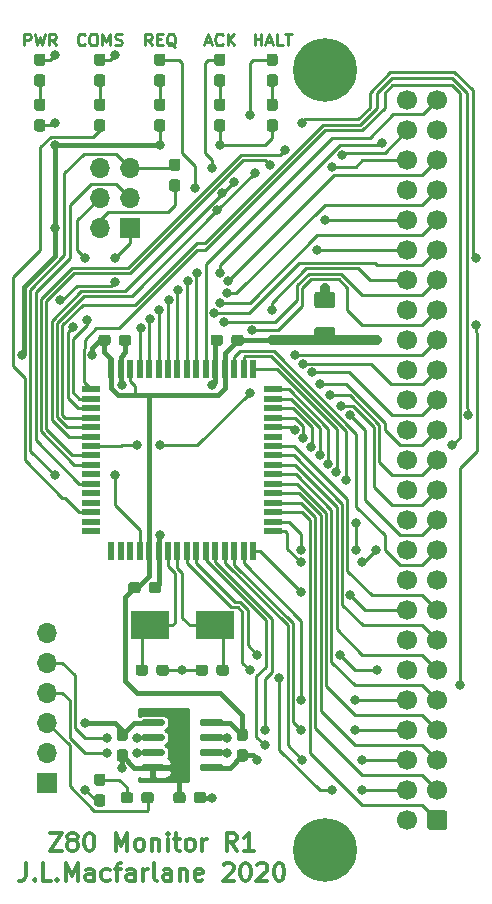
<source format=gbr>
%TF.GenerationSoftware,KiCad,Pcbnew,5.1.8-db9833491~88~ubuntu18.04.1*%
%TF.CreationDate,2020-12-07T13:57:58+00:00*%
%TF.ProjectId,z80_monitor,7a38305f-6d6f-46e6-9974-6f722e6b6963,1*%
%TF.SameCoordinates,Original*%
%TF.FileFunction,Copper,L1,Top*%
%TF.FilePolarity,Positive*%
%FSLAX46Y46*%
G04 Gerber Fmt 4.6, Leading zero omitted, Abs format (unit mm)*
G04 Created by KiCad (PCBNEW 5.1.8-db9833491~88~ubuntu18.04.1) date 2020-12-07 13:57:58*
%MOMM*%
%LPD*%
G01*
G04 APERTURE LIST*
%TA.AperFunction,NonConductor*%
%ADD10C,0.300000*%
%TD*%
%TA.AperFunction,NonConductor*%
%ADD11C,0.250000*%
%TD*%
%TA.AperFunction,ComponentPad*%
%ADD12C,0.800000*%
%TD*%
%TA.AperFunction,ComponentPad*%
%ADD13C,5.400000*%
%TD*%
%TA.AperFunction,SMDPad,CuDef*%
%ADD14R,1.500000X0.550000*%
%TD*%
%TA.AperFunction,SMDPad,CuDef*%
%ADD15R,0.550000X1.500000*%
%TD*%
%TA.AperFunction,ComponentPad*%
%ADD16C,1.700000*%
%TD*%
%TA.AperFunction,ComponentPad*%
%ADD17O,1.700000X1.700000*%
%TD*%
%TA.AperFunction,ComponentPad*%
%ADD18R,1.700000X1.700000*%
%TD*%
%TA.AperFunction,SMDPad,CuDef*%
%ADD19R,3.325000X2.400000*%
%TD*%
%TA.AperFunction,ViaPad*%
%ADD20C,0.800000*%
%TD*%
%TA.AperFunction,Conductor*%
%ADD21C,0.406400*%
%TD*%
%TA.AperFunction,Conductor*%
%ADD22C,0.250000*%
%TD*%
%TA.AperFunction,Conductor*%
%ADD23C,0.812800*%
%TD*%
%TA.AperFunction,Conductor*%
%ADD24C,0.254000*%
%TD*%
%TA.AperFunction,Conductor*%
%ADD25C,0.100000*%
%TD*%
G04 APERTURE END LIST*
D10*
X106891428Y-120458571D02*
X107891428Y-120458571D01*
X106891428Y-121958571D01*
X107891428Y-121958571D01*
X108677142Y-121101428D02*
X108534285Y-121030000D01*
X108462857Y-120958571D01*
X108391428Y-120815714D01*
X108391428Y-120744285D01*
X108462857Y-120601428D01*
X108534285Y-120530000D01*
X108677142Y-120458571D01*
X108962857Y-120458571D01*
X109105714Y-120530000D01*
X109177142Y-120601428D01*
X109248571Y-120744285D01*
X109248571Y-120815714D01*
X109177142Y-120958571D01*
X109105714Y-121030000D01*
X108962857Y-121101428D01*
X108677142Y-121101428D01*
X108534285Y-121172857D01*
X108462857Y-121244285D01*
X108391428Y-121387142D01*
X108391428Y-121672857D01*
X108462857Y-121815714D01*
X108534285Y-121887142D01*
X108677142Y-121958571D01*
X108962857Y-121958571D01*
X109105714Y-121887142D01*
X109177142Y-121815714D01*
X109248571Y-121672857D01*
X109248571Y-121387142D01*
X109177142Y-121244285D01*
X109105714Y-121172857D01*
X108962857Y-121101428D01*
X110177142Y-120458571D02*
X110320000Y-120458571D01*
X110462857Y-120530000D01*
X110534285Y-120601428D01*
X110605714Y-120744285D01*
X110677142Y-121030000D01*
X110677142Y-121387142D01*
X110605714Y-121672857D01*
X110534285Y-121815714D01*
X110462857Y-121887142D01*
X110320000Y-121958571D01*
X110177142Y-121958571D01*
X110034285Y-121887142D01*
X109962857Y-121815714D01*
X109891428Y-121672857D01*
X109820000Y-121387142D01*
X109820000Y-121030000D01*
X109891428Y-120744285D01*
X109962857Y-120601428D01*
X110034285Y-120530000D01*
X110177142Y-120458571D01*
X112462857Y-121958571D02*
X112462857Y-120458571D01*
X112962857Y-121530000D01*
X113462857Y-120458571D01*
X113462857Y-121958571D01*
X114391428Y-121958571D02*
X114248571Y-121887142D01*
X114177142Y-121815714D01*
X114105714Y-121672857D01*
X114105714Y-121244285D01*
X114177142Y-121101428D01*
X114248571Y-121030000D01*
X114391428Y-120958571D01*
X114605714Y-120958571D01*
X114748571Y-121030000D01*
X114820000Y-121101428D01*
X114891428Y-121244285D01*
X114891428Y-121672857D01*
X114820000Y-121815714D01*
X114748571Y-121887142D01*
X114605714Y-121958571D01*
X114391428Y-121958571D01*
X115534285Y-120958571D02*
X115534285Y-121958571D01*
X115534285Y-121101428D02*
X115605714Y-121030000D01*
X115748571Y-120958571D01*
X115962857Y-120958571D01*
X116105714Y-121030000D01*
X116177142Y-121172857D01*
X116177142Y-121958571D01*
X116891428Y-121958571D02*
X116891428Y-120958571D01*
X116891428Y-120458571D02*
X116819999Y-120530000D01*
X116891428Y-120601428D01*
X116962857Y-120530000D01*
X116891428Y-120458571D01*
X116891428Y-120601428D01*
X117391428Y-120958571D02*
X117962857Y-120958571D01*
X117605714Y-120458571D02*
X117605714Y-121744285D01*
X117677142Y-121887142D01*
X117819999Y-121958571D01*
X117962857Y-121958571D01*
X118677142Y-121958571D02*
X118534285Y-121887142D01*
X118462857Y-121815714D01*
X118391428Y-121672857D01*
X118391428Y-121244285D01*
X118462857Y-121101428D01*
X118534285Y-121030000D01*
X118677142Y-120958571D01*
X118891428Y-120958571D01*
X119034285Y-121030000D01*
X119105714Y-121101428D01*
X119177142Y-121244285D01*
X119177142Y-121672857D01*
X119105714Y-121815714D01*
X119034285Y-121887142D01*
X118891428Y-121958571D01*
X118677142Y-121958571D01*
X119819999Y-121958571D02*
X119819999Y-120958571D01*
X119819999Y-121244285D02*
X119891428Y-121101428D01*
X119962857Y-121030000D01*
X120105714Y-120958571D01*
X120248571Y-120958571D01*
X122748571Y-121958571D02*
X122248571Y-121244285D01*
X121891428Y-121958571D02*
X121891428Y-120458571D01*
X122462857Y-120458571D01*
X122605714Y-120530000D01*
X122677142Y-120601428D01*
X122748571Y-120744285D01*
X122748571Y-120958571D01*
X122677142Y-121101428D01*
X122605714Y-121172857D01*
X122462857Y-121244285D01*
X121891428Y-121244285D01*
X124177142Y-121958571D02*
X123319999Y-121958571D01*
X123748571Y-121958571D02*
X123748571Y-120458571D01*
X123605714Y-120672857D01*
X123462857Y-120815714D01*
X123319999Y-120887142D01*
X104891428Y-123008571D02*
X104891428Y-124080000D01*
X104820000Y-124294285D01*
X104677142Y-124437142D01*
X104462857Y-124508571D01*
X104320000Y-124508571D01*
X105605714Y-124365714D02*
X105677142Y-124437142D01*
X105605714Y-124508571D01*
X105534285Y-124437142D01*
X105605714Y-124365714D01*
X105605714Y-124508571D01*
X107034285Y-124508571D02*
X106320000Y-124508571D01*
X106320000Y-123008571D01*
X107534285Y-124365714D02*
X107605714Y-124437142D01*
X107534285Y-124508571D01*
X107462857Y-124437142D01*
X107534285Y-124365714D01*
X107534285Y-124508571D01*
X108248571Y-124508571D02*
X108248571Y-123008571D01*
X108748571Y-124080000D01*
X109248571Y-123008571D01*
X109248571Y-124508571D01*
X110605714Y-124508571D02*
X110605714Y-123722857D01*
X110534285Y-123580000D01*
X110391428Y-123508571D01*
X110105714Y-123508571D01*
X109962857Y-123580000D01*
X110605714Y-124437142D02*
X110462857Y-124508571D01*
X110105714Y-124508571D01*
X109962857Y-124437142D01*
X109891428Y-124294285D01*
X109891428Y-124151428D01*
X109962857Y-124008571D01*
X110105714Y-123937142D01*
X110462857Y-123937142D01*
X110605714Y-123865714D01*
X111962857Y-124437142D02*
X111820000Y-124508571D01*
X111534285Y-124508571D01*
X111391428Y-124437142D01*
X111320000Y-124365714D01*
X111248571Y-124222857D01*
X111248571Y-123794285D01*
X111320000Y-123651428D01*
X111391428Y-123580000D01*
X111534285Y-123508571D01*
X111820000Y-123508571D01*
X111962857Y-123580000D01*
X112391428Y-123508571D02*
X112962857Y-123508571D01*
X112605714Y-124508571D02*
X112605714Y-123222857D01*
X112677142Y-123080000D01*
X112820000Y-123008571D01*
X112962857Y-123008571D01*
X114105714Y-124508571D02*
X114105714Y-123722857D01*
X114034285Y-123580000D01*
X113891428Y-123508571D01*
X113605714Y-123508571D01*
X113462857Y-123580000D01*
X114105714Y-124437142D02*
X113962857Y-124508571D01*
X113605714Y-124508571D01*
X113462857Y-124437142D01*
X113391428Y-124294285D01*
X113391428Y-124151428D01*
X113462857Y-124008571D01*
X113605714Y-123937142D01*
X113962857Y-123937142D01*
X114105714Y-123865714D01*
X114820000Y-124508571D02*
X114820000Y-123508571D01*
X114820000Y-123794285D02*
X114891428Y-123651428D01*
X114962857Y-123580000D01*
X115105714Y-123508571D01*
X115248571Y-123508571D01*
X115962857Y-124508571D02*
X115820000Y-124437142D01*
X115748571Y-124294285D01*
X115748571Y-123008571D01*
X117177142Y-124508571D02*
X117177142Y-123722857D01*
X117105714Y-123580000D01*
X116962857Y-123508571D01*
X116677142Y-123508571D01*
X116534285Y-123580000D01*
X117177142Y-124437142D02*
X117034285Y-124508571D01*
X116677142Y-124508571D01*
X116534285Y-124437142D01*
X116462857Y-124294285D01*
X116462857Y-124151428D01*
X116534285Y-124008571D01*
X116677142Y-123937142D01*
X117034285Y-123937142D01*
X117177142Y-123865714D01*
X117891428Y-123508571D02*
X117891428Y-124508571D01*
X117891428Y-123651428D02*
X117962857Y-123580000D01*
X118105714Y-123508571D01*
X118320000Y-123508571D01*
X118462857Y-123580000D01*
X118534285Y-123722857D01*
X118534285Y-124508571D01*
X119820000Y-124437142D02*
X119677142Y-124508571D01*
X119391428Y-124508571D01*
X119248571Y-124437142D01*
X119177142Y-124294285D01*
X119177142Y-123722857D01*
X119248571Y-123580000D01*
X119391428Y-123508571D01*
X119677142Y-123508571D01*
X119820000Y-123580000D01*
X119891428Y-123722857D01*
X119891428Y-123865714D01*
X119177142Y-124008571D01*
X121605714Y-123151428D02*
X121677142Y-123080000D01*
X121820000Y-123008571D01*
X122177142Y-123008571D01*
X122320000Y-123080000D01*
X122391428Y-123151428D01*
X122462857Y-123294285D01*
X122462857Y-123437142D01*
X122391428Y-123651428D01*
X121534285Y-124508571D01*
X122462857Y-124508571D01*
X123391428Y-123008571D02*
X123534285Y-123008571D01*
X123677142Y-123080000D01*
X123748571Y-123151428D01*
X123820000Y-123294285D01*
X123891428Y-123580000D01*
X123891428Y-123937142D01*
X123820000Y-124222857D01*
X123748571Y-124365714D01*
X123677142Y-124437142D01*
X123534285Y-124508571D01*
X123391428Y-124508571D01*
X123248571Y-124437142D01*
X123177142Y-124365714D01*
X123105714Y-124222857D01*
X123034285Y-123937142D01*
X123034285Y-123580000D01*
X123105714Y-123294285D01*
X123177142Y-123151428D01*
X123248571Y-123080000D01*
X123391428Y-123008571D01*
X124462857Y-123151428D02*
X124534285Y-123080000D01*
X124677142Y-123008571D01*
X125034285Y-123008571D01*
X125177142Y-123080000D01*
X125248571Y-123151428D01*
X125320000Y-123294285D01*
X125320000Y-123437142D01*
X125248571Y-123651428D01*
X124391428Y-124508571D01*
X125320000Y-124508571D01*
X126248571Y-123008571D02*
X126391428Y-123008571D01*
X126534285Y-123080000D01*
X126605714Y-123151428D01*
X126677142Y-123294285D01*
X126748571Y-123580000D01*
X126748571Y-123937142D01*
X126677142Y-124222857D01*
X126605714Y-124365714D01*
X126534285Y-124437142D01*
X126391428Y-124508571D01*
X126248571Y-124508571D01*
X126105714Y-124437142D01*
X126034285Y-124365714D01*
X125962857Y-124222857D01*
X125891428Y-123937142D01*
X125891428Y-123580000D01*
X125962857Y-123294285D01*
X126034285Y-123151428D01*
X126105714Y-123080000D01*
X126248571Y-123008571D01*
D11*
X109863095Y-53697142D02*
X109815476Y-53744761D01*
X109672619Y-53792380D01*
X109577380Y-53792380D01*
X109434523Y-53744761D01*
X109339285Y-53649523D01*
X109291666Y-53554285D01*
X109244047Y-53363809D01*
X109244047Y-53220952D01*
X109291666Y-53030476D01*
X109339285Y-52935238D01*
X109434523Y-52840000D01*
X109577380Y-52792380D01*
X109672619Y-52792380D01*
X109815476Y-52840000D01*
X109863095Y-52887619D01*
X110482142Y-52792380D02*
X110672619Y-52792380D01*
X110767857Y-52840000D01*
X110863095Y-52935238D01*
X110910714Y-53125714D01*
X110910714Y-53459047D01*
X110863095Y-53649523D01*
X110767857Y-53744761D01*
X110672619Y-53792380D01*
X110482142Y-53792380D01*
X110386904Y-53744761D01*
X110291666Y-53649523D01*
X110244047Y-53459047D01*
X110244047Y-53125714D01*
X110291666Y-52935238D01*
X110386904Y-52840000D01*
X110482142Y-52792380D01*
X111339285Y-53792380D02*
X111339285Y-52792380D01*
X111672619Y-53506666D01*
X112005952Y-52792380D01*
X112005952Y-53792380D01*
X112434523Y-53744761D02*
X112577380Y-53792380D01*
X112815476Y-53792380D01*
X112910714Y-53744761D01*
X112958333Y-53697142D01*
X113005952Y-53601904D01*
X113005952Y-53506666D01*
X112958333Y-53411428D01*
X112910714Y-53363809D01*
X112815476Y-53316190D01*
X112625000Y-53268571D01*
X112529761Y-53220952D01*
X112482142Y-53173333D01*
X112434523Y-53078095D01*
X112434523Y-52982857D01*
X112482142Y-52887619D01*
X112529761Y-52840000D01*
X112625000Y-52792380D01*
X112863095Y-52792380D01*
X113005952Y-52840000D01*
X104711666Y-53792380D02*
X104711666Y-52792380D01*
X105092619Y-52792380D01*
X105187857Y-52840000D01*
X105235476Y-52887619D01*
X105283095Y-52982857D01*
X105283095Y-53125714D01*
X105235476Y-53220952D01*
X105187857Y-53268571D01*
X105092619Y-53316190D01*
X104711666Y-53316190D01*
X105616428Y-52792380D02*
X105854523Y-53792380D01*
X106045000Y-53078095D01*
X106235476Y-53792380D01*
X106473571Y-52792380D01*
X107425952Y-53792380D02*
X107092619Y-53316190D01*
X106854523Y-53792380D02*
X106854523Y-52792380D01*
X107235476Y-52792380D01*
X107330714Y-52840000D01*
X107378333Y-52887619D01*
X107425952Y-52982857D01*
X107425952Y-53125714D01*
X107378333Y-53220952D01*
X107330714Y-53268571D01*
X107235476Y-53316190D01*
X106854523Y-53316190D01*
X115538333Y-53792380D02*
X115205000Y-53316190D01*
X114966904Y-53792380D02*
X114966904Y-52792380D01*
X115347857Y-52792380D01*
X115443095Y-52840000D01*
X115490714Y-52887619D01*
X115538333Y-52982857D01*
X115538333Y-53125714D01*
X115490714Y-53220952D01*
X115443095Y-53268571D01*
X115347857Y-53316190D01*
X114966904Y-53316190D01*
X115966904Y-53268571D02*
X116300238Y-53268571D01*
X116443095Y-53792380D02*
X115966904Y-53792380D01*
X115966904Y-52792380D01*
X116443095Y-52792380D01*
X117538333Y-53887619D02*
X117443095Y-53840000D01*
X117347857Y-53744761D01*
X117205000Y-53601904D01*
X117109761Y-53554285D01*
X117014523Y-53554285D01*
X117062142Y-53792380D02*
X116966904Y-53744761D01*
X116871666Y-53649523D01*
X116824047Y-53459047D01*
X116824047Y-53125714D01*
X116871666Y-52935238D01*
X116966904Y-52840000D01*
X117062142Y-52792380D01*
X117252619Y-52792380D01*
X117347857Y-52840000D01*
X117443095Y-52935238D01*
X117490714Y-53125714D01*
X117490714Y-53459047D01*
X117443095Y-53649523D01*
X117347857Y-53744761D01*
X117252619Y-53792380D01*
X117062142Y-53792380D01*
X120046904Y-53506666D02*
X120523095Y-53506666D01*
X119951666Y-53792380D02*
X120285000Y-52792380D01*
X120618333Y-53792380D01*
X121523095Y-53697142D02*
X121475476Y-53744761D01*
X121332619Y-53792380D01*
X121237380Y-53792380D01*
X121094523Y-53744761D01*
X120999285Y-53649523D01*
X120951666Y-53554285D01*
X120904047Y-53363809D01*
X120904047Y-53220952D01*
X120951666Y-53030476D01*
X120999285Y-52935238D01*
X121094523Y-52840000D01*
X121237380Y-52792380D01*
X121332619Y-52792380D01*
X121475476Y-52840000D01*
X121523095Y-52887619D01*
X121951666Y-53792380D02*
X121951666Y-52792380D01*
X122523095Y-53792380D02*
X122094523Y-53220952D01*
X122523095Y-52792380D02*
X121951666Y-53363809D01*
X124230000Y-53792380D02*
X124230000Y-52792380D01*
X124230000Y-53268571D02*
X124801428Y-53268571D01*
X124801428Y-53792380D02*
X124801428Y-52792380D01*
X125230000Y-53506666D02*
X125706190Y-53506666D01*
X125134761Y-53792380D02*
X125468095Y-52792380D01*
X125801428Y-53792380D01*
X126610952Y-53792380D02*
X126134761Y-53792380D01*
X126134761Y-52792380D01*
X126801428Y-52792380D02*
X127372857Y-52792380D01*
X127087142Y-53792380D02*
X127087142Y-52792380D01*
D12*
%TO.P,H2,1*%
%TO.N,GND*%
X131606891Y-120488109D03*
X130175000Y-119895000D03*
X128743109Y-120488109D03*
X128150000Y-121920000D03*
X128743109Y-123351891D03*
X130175000Y-123945000D03*
X131606891Y-123351891D03*
X132200000Y-121920000D03*
D13*
X130175000Y-121920000D03*
%TD*%
D12*
%TO.P,H1,1*%
%TO.N,GND*%
X131606891Y-54448109D03*
X130175000Y-53855000D03*
X128743109Y-54448109D03*
X128150000Y-55880000D03*
X128743109Y-57311891D03*
X130175000Y-57905000D03*
X131606891Y-57311891D03*
X132200000Y-55880000D03*
D13*
X130175000Y-55880000D03*
%TD*%
%TO.P,C2,2*%
%TO.N,GND*%
%TA.AperFunction,SMDPad,CuDef*%
G36*
G01*
X119095000Y-117712500D02*
X119095000Y-117237500D01*
G75*
G02*
X119332500Y-117000000I237500J0D01*
G01*
X119907500Y-117000000D01*
G75*
G02*
X120145000Y-117237500I0J-237500D01*
G01*
X120145000Y-117712500D01*
G75*
G02*
X119907500Y-117950000I-237500J0D01*
G01*
X119332500Y-117950000D01*
G75*
G02*
X119095000Y-117712500I0J237500D01*
G01*
G37*
%TD.AperFunction*%
%TO.P,C2,1*%
%TO.N,/ISO_GND*%
%TA.AperFunction,SMDPad,CuDef*%
G36*
G01*
X117345000Y-117712500D02*
X117345000Y-117237500D01*
G75*
G02*
X117582500Y-117000000I237500J0D01*
G01*
X118157500Y-117000000D01*
G75*
G02*
X118395000Y-117237500I0J-237500D01*
G01*
X118395000Y-117712500D01*
G75*
G02*
X118157500Y-117950000I-237500J0D01*
G01*
X117582500Y-117950000D01*
G75*
G02*
X117345000Y-117712500I0J237500D01*
G01*
G37*
%TD.AperFunction*%
%TD*%
%TO.P,D5,2*%
%TO.N,Net-(D5-Pad2)*%
%TA.AperFunction,SMDPad,CuDef*%
G36*
G01*
X121047500Y-56230000D02*
X121522500Y-56230000D01*
G75*
G02*
X121760000Y-56467500I0J-237500D01*
G01*
X121760000Y-57042500D01*
G75*
G02*
X121522500Y-57280000I-237500J0D01*
G01*
X121047500Y-57280000D01*
G75*
G02*
X120810000Y-57042500I0J237500D01*
G01*
X120810000Y-56467500D01*
G75*
G02*
X121047500Y-56230000I237500J0D01*
G01*
G37*
%TD.AperFunction*%
%TO.P,D5,1*%
%TO.N,/~BUSAK~*%
%TA.AperFunction,SMDPad,CuDef*%
G36*
G01*
X121047500Y-54480000D02*
X121522500Y-54480000D01*
G75*
G02*
X121760000Y-54717500I0J-237500D01*
G01*
X121760000Y-55292500D01*
G75*
G02*
X121522500Y-55530000I-237500J0D01*
G01*
X121047500Y-55530000D01*
G75*
G02*
X120810000Y-55292500I0J237500D01*
G01*
X120810000Y-54717500D01*
G75*
G02*
X121047500Y-54480000I237500J0D01*
G01*
G37*
%TD.AperFunction*%
%TD*%
D14*
%TO.P,U2,1*%
%TO.N,/~NMI~*%
X110410000Y-82900000D03*
%TO.P,U2,2*%
%TO.N,/PDI*%
X110410000Y-83700000D03*
%TO.P,U2,3*%
%TO.N,/PDO*%
X110410000Y-84500000D03*
%TO.P,U2,4*%
%TO.N,/RSVD0*%
X110410000Y-85300000D03*
%TO.P,U2,5*%
%TO.N,/~BUSRQ~*%
X110410000Y-86100000D03*
%TO.P,U2,6*%
%TO.N,/~BUSAK~*%
X110410000Y-86900000D03*
%TO.P,U2,7*%
%TO.N,/~HALT~*%
X110410000Y-87700000D03*
%TO.P,U2,8*%
%TO.N,/RSVD1*%
X110410000Y-88500000D03*
%TO.P,U2,9*%
%TO.N,/RSVD2*%
X110410000Y-89300000D03*
%TO.P,U2,10*%
%TO.N,Net-(U2-Pad10)*%
X110410000Y-90100000D03*
%TO.P,U2,11*%
%TO.N,/SCK*%
X110410000Y-90900000D03*
%TO.P,U2,12*%
%TO.N,Net-(U2-Pad12)*%
X110410000Y-91700000D03*
%TO.P,U2,13*%
%TO.N,Net-(U2-Pad13)*%
X110410000Y-92500000D03*
%TO.P,U2,14*%
%TO.N,Net-(R3-Pad2)*%
X110410000Y-93300000D03*
%TO.P,U2,15*%
%TO.N,Net-(U2-Pad15)*%
X110410000Y-94100000D03*
%TO.P,U2,16*%
%TO.N,Net-(U2-Pad16)*%
X110410000Y-94900000D03*
D15*
%TO.P,U2,17*%
%TO.N,Net-(U2-Pad17)*%
X112110000Y-96600000D03*
%TO.P,U2,18*%
%TO.N,Net-(U2-Pad18)*%
X112910000Y-96600000D03*
%TO.P,U2,19*%
%TO.N,Net-(U2-Pad19)*%
X113710000Y-96600000D03*
%TO.P,U2,20*%
%TO.N,/~RST~*%
X114510000Y-96600000D03*
%TO.P,U2,21*%
%TO.N,+5V*%
X115310000Y-96600000D03*
%TO.P,U2,22*%
%TO.N,GND*%
X116110000Y-96600000D03*
%TO.P,U2,23*%
%TO.N,Net-(C4-Pad1)*%
X116910000Y-96600000D03*
%TO.P,U2,24*%
%TO.N,Net-(C3-Pad1)*%
X117710000Y-96600000D03*
%TO.P,U2,25*%
%TO.N,/~IORQ~*%
X118510000Y-96600000D03*
%TO.P,U2,26*%
%TO.N,/~MREQ~*%
X119310000Y-96600000D03*
%TO.P,U2,27*%
%TO.N,/RXD1*%
X120110000Y-96600000D03*
%TO.P,U2,28*%
%TO.N,/TXD1*%
X120910000Y-96600000D03*
%TO.P,U2,29*%
%TO.N,/~RD~*%
X121710000Y-96600000D03*
%TO.P,U2,30*%
%TO.N,/~WR~*%
X122510000Y-96600000D03*
%TO.P,U2,31*%
%TO.N,/~M1~*%
X123310000Y-96600000D03*
%TO.P,U2,32*%
%TO.N,/~RESET~*%
X124110000Y-96600000D03*
D14*
%TO.P,U2,33*%
%TO.N,/~WAIT~*%
X125810000Y-94900000D03*
%TO.P,U2,34*%
%TO.N,/~INT~*%
X125810000Y-94100000D03*
%TO.P,U2,35*%
%TO.N,/D0*%
X125810000Y-93300000D03*
%TO.P,U2,36*%
%TO.N,/D1*%
X125810000Y-92500000D03*
%TO.P,U2,37*%
%TO.N,/D2*%
X125810000Y-91700000D03*
%TO.P,U2,38*%
%TO.N,/D3*%
X125810000Y-90900000D03*
%TO.P,U2,39*%
%TO.N,/D4*%
X125810000Y-90100000D03*
%TO.P,U2,40*%
%TO.N,/D5*%
X125810000Y-89300000D03*
%TO.P,U2,41*%
%TO.N,/D6*%
X125810000Y-88500000D03*
%TO.P,U2,42*%
%TO.N,/D7*%
X125810000Y-87700000D03*
%TO.P,U2,43*%
%TO.N,Net-(U2-Pad43)*%
X125810000Y-86900000D03*
%TO.P,U2,44*%
%TO.N,/A7*%
X125810000Y-86100000D03*
%TO.P,U2,45*%
%TO.N,/A6*%
X125810000Y-85300000D03*
%TO.P,U2,46*%
%TO.N,/A5*%
X125810000Y-84500000D03*
%TO.P,U2,47*%
%TO.N,/A4*%
X125810000Y-83700000D03*
%TO.P,U2,48*%
%TO.N,/A3*%
X125810000Y-82900000D03*
D15*
%TO.P,U2,49*%
%TO.N,/A2*%
X124110000Y-81200000D03*
%TO.P,U2,50*%
%TO.N,/A1*%
X123310000Y-81200000D03*
%TO.P,U2,51*%
%TO.N,/A0*%
X122510000Y-81200000D03*
%TO.P,U2,52*%
%TO.N,+5V*%
X121710000Y-81200000D03*
%TO.P,U2,53*%
%TO.N,GND*%
X120910000Y-81200000D03*
%TO.P,U2,54*%
%TO.N,/A15*%
X120110000Y-81200000D03*
%TO.P,U2,55*%
%TO.N,/A14*%
X119310000Y-81200000D03*
%TO.P,U2,56*%
%TO.N,/A13*%
X118510000Y-81200000D03*
%TO.P,U2,57*%
%TO.N,/A12*%
X117710000Y-81200000D03*
%TO.P,U2,58*%
%TO.N,/A11*%
X116910000Y-81200000D03*
%TO.P,U2,59*%
%TO.N,/A10*%
X116110000Y-81200000D03*
%TO.P,U2,60*%
%TO.N,/A9*%
X115310000Y-81200000D03*
%TO.P,U2,61*%
%TO.N,/A8*%
X114510000Y-81200000D03*
%TO.P,U2,62*%
%TO.N,+5V*%
X113710000Y-81200000D03*
%TO.P,U2,63*%
%TO.N,GND*%
X112910000Y-81200000D03*
%TO.P,U2,64*%
%TO.N,+5V*%
X112110000Y-81200000D03*
%TD*%
%TO.P,C5,2*%
%TO.N,+5V*%
%TA.AperFunction,SMDPad,CuDef*%
G36*
G01*
X123427500Y-112680000D02*
X122952500Y-112680000D01*
G75*
G02*
X122715000Y-112442500I0J237500D01*
G01*
X122715000Y-111867500D01*
G75*
G02*
X122952500Y-111630000I237500J0D01*
G01*
X123427500Y-111630000D01*
G75*
G02*
X123665000Y-111867500I0J-237500D01*
G01*
X123665000Y-112442500D01*
G75*
G02*
X123427500Y-112680000I-237500J0D01*
G01*
G37*
%TD.AperFunction*%
%TO.P,C5,1*%
%TO.N,GND*%
%TA.AperFunction,SMDPad,CuDef*%
G36*
G01*
X123427500Y-114430000D02*
X122952500Y-114430000D01*
G75*
G02*
X122715000Y-114192500I0J237500D01*
G01*
X122715000Y-113617500D01*
G75*
G02*
X122952500Y-113380000I237500J0D01*
G01*
X123427500Y-113380000D01*
G75*
G02*
X123665000Y-113617500I0J-237500D01*
G01*
X123665000Y-114192500D01*
G75*
G02*
X123427500Y-114430000I-237500J0D01*
G01*
G37*
%TD.AperFunction*%
%TD*%
%TO.P,C8,2*%
%TO.N,GND*%
%TA.AperFunction,SMDPad,CuDef*%
G36*
G01*
X115285000Y-99932500D02*
X115285000Y-99457500D01*
G75*
G02*
X115522500Y-99220000I237500J0D01*
G01*
X116097500Y-99220000D01*
G75*
G02*
X116335000Y-99457500I0J-237500D01*
G01*
X116335000Y-99932500D01*
G75*
G02*
X116097500Y-100170000I-237500J0D01*
G01*
X115522500Y-100170000D01*
G75*
G02*
X115285000Y-99932500I0J237500D01*
G01*
G37*
%TD.AperFunction*%
%TO.P,C8,1*%
%TO.N,+5V*%
%TA.AperFunction,SMDPad,CuDef*%
G36*
G01*
X113535000Y-99932500D02*
X113535000Y-99457500D01*
G75*
G02*
X113772500Y-99220000I237500J0D01*
G01*
X114347500Y-99220000D01*
G75*
G02*
X114585000Y-99457500I0J-237500D01*
G01*
X114585000Y-99932500D01*
G75*
G02*
X114347500Y-100170000I-237500J0D01*
G01*
X113772500Y-100170000D01*
G75*
G02*
X113535000Y-99932500I0J237500D01*
G01*
G37*
%TD.AperFunction*%
%TD*%
%TO.P,C1,2*%
%TO.N,Net-(C1-Pad2)*%
%TA.AperFunction,SMDPad,CuDef*%
G36*
G01*
X113267500Y-112680000D02*
X112792500Y-112680000D01*
G75*
G02*
X112555000Y-112442500I0J237500D01*
G01*
X112555000Y-111867500D01*
G75*
G02*
X112792500Y-111630000I237500J0D01*
G01*
X113267500Y-111630000D01*
G75*
G02*
X113505000Y-111867500I0J-237500D01*
G01*
X113505000Y-112442500D01*
G75*
G02*
X113267500Y-112680000I-237500J0D01*
G01*
G37*
%TD.AperFunction*%
%TO.P,C1,1*%
%TO.N,/ISO_GND*%
%TA.AperFunction,SMDPad,CuDef*%
G36*
G01*
X113267500Y-114430000D02*
X112792500Y-114430000D01*
G75*
G02*
X112555000Y-114192500I0J237500D01*
G01*
X112555000Y-113617500D01*
G75*
G02*
X112792500Y-113380000I237500J0D01*
G01*
X113267500Y-113380000D01*
G75*
G02*
X113505000Y-113617500I0J-237500D01*
G01*
X113505000Y-114192500D01*
G75*
G02*
X113267500Y-114430000I-237500J0D01*
G01*
G37*
%TD.AperFunction*%
%TD*%
D16*
%TO.P,J3,50*%
%TO.N,GND*%
X137160000Y-58420000D03*
%TO.P,J3,48*%
%TO.N,/RSVD2*%
X137160000Y-60960000D03*
%TO.P,J3,46*%
%TO.N,/RSVD1*%
X137160000Y-63500000D03*
%TO.P,J3,44*%
%TO.N,GND*%
X137160000Y-66040000D03*
%TO.P,J3,42*%
%TO.N,/~BUSRQ~*%
X137160000Y-68580000D03*
%TO.P,J3,40*%
%TO.N,/~BUSAK~*%
X137160000Y-71120000D03*
%TO.P,J3,38*%
%TO.N,/~HALT~*%
X137160000Y-73660000D03*
%TO.P,J3,36*%
%TO.N,/~MREQ~*%
X137160000Y-76200000D03*
%TO.P,J3,34*%
%TO.N,GND*%
X137160000Y-78740000D03*
%TO.P,J3,32*%
%TO.N,+5V*%
X137160000Y-81280000D03*
%TO.P,J3,30*%
X137160000Y-83820000D03*
%TO.P,J3,28*%
%TO.N,/RSVD0*%
X137160000Y-86360000D03*
%TO.P,J3,26*%
%TO.N,/~NMI~*%
X137160000Y-88900000D03*
%TO.P,J3,24*%
%TO.N,GND*%
X137160000Y-91440000D03*
%TO.P,J3,22*%
%TO.N,/~INT~*%
X137160000Y-93980000D03*
%TO.P,J3,20*%
%TO.N,/~WAIT~*%
X137160000Y-96520000D03*
%TO.P,J3,18*%
%TO.N,GND*%
X137160000Y-99060000D03*
%TO.P,J3,16*%
%TO.N,/~RESET~*%
X137160000Y-101600000D03*
%TO.P,J3,14*%
%TO.N,/CLK*%
X137160000Y-104140000D03*
%TO.P,J3,12*%
%TO.N,GND*%
X137160000Y-106680000D03*
%TO.P,J3,10*%
%TO.N,/~M1~*%
X137160000Y-109220000D03*
%TO.P,J3,8*%
%TO.N,/~WR~*%
X137160000Y-111760000D03*
%TO.P,J3,6*%
%TO.N,/~RD~*%
X137160000Y-114300000D03*
%TO.P,J3,4*%
%TO.N,/~IORQ~*%
X137160000Y-116840000D03*
%TO.P,J3,2*%
%TO.N,GND*%
X137160000Y-119380000D03*
%TO.P,J3,49*%
%TO.N,/A15*%
X139700000Y-58420000D03*
%TO.P,J3,47*%
%TO.N,/A14*%
X139700000Y-60960000D03*
%TO.P,J3,45*%
%TO.N,/A13*%
X139700000Y-63500000D03*
%TO.P,J3,43*%
%TO.N,/A12*%
X139700000Y-66040000D03*
%TO.P,J3,41*%
%TO.N,/A11*%
X139700000Y-68580000D03*
%TO.P,J3,39*%
%TO.N,/A10*%
X139700000Y-71120000D03*
%TO.P,J3,37*%
%TO.N,/A9*%
X139700000Y-73660000D03*
%TO.P,J3,35*%
%TO.N,/A8*%
X139700000Y-76200000D03*
%TO.P,J3,33*%
%TO.N,/A7*%
X139700000Y-78740000D03*
%TO.P,J3,31*%
%TO.N,/A6*%
X139700000Y-81280000D03*
%TO.P,J3,29*%
%TO.N,/A5*%
X139700000Y-83820000D03*
%TO.P,J3,27*%
%TO.N,/A4*%
X139700000Y-86360000D03*
%TO.P,J3,25*%
%TO.N,/A3*%
X139700000Y-88900000D03*
%TO.P,J3,23*%
%TO.N,/A2*%
X139700000Y-91440000D03*
%TO.P,J3,21*%
%TO.N,/A1*%
X139700000Y-93980000D03*
%TO.P,J3,19*%
%TO.N,/A0*%
X139700000Y-96520000D03*
%TO.P,J3,17*%
%TO.N,GND*%
X139700000Y-99060000D03*
%TO.P,J3,15*%
%TO.N,/D7*%
X139700000Y-101600000D03*
%TO.P,J3,13*%
%TO.N,/D6*%
X139700000Y-104140000D03*
%TO.P,J3,11*%
%TO.N,/D5*%
X139700000Y-106680000D03*
%TO.P,J3,9*%
%TO.N,/D4*%
X139700000Y-109220000D03*
%TO.P,J3,7*%
%TO.N,/D3*%
X139700000Y-111760000D03*
%TO.P,J3,5*%
%TO.N,/D2*%
X139700000Y-114300000D03*
%TO.P,J3,3*%
%TO.N,/D1*%
X139700000Y-116840000D03*
%TO.P,J3,1*%
%TO.N,/D0*%
%TA.AperFunction,ComponentPad*%
G36*
G01*
X140550000Y-118780000D02*
X140550000Y-119980000D01*
G75*
G02*
X140300000Y-120230000I-250000J0D01*
G01*
X139100000Y-120230000D01*
G75*
G02*
X138850000Y-119980000I0J250000D01*
G01*
X138850000Y-118780000D01*
G75*
G02*
X139100000Y-118530000I250000J0D01*
G01*
X140300000Y-118530000D01*
G75*
G02*
X140550000Y-118780000I0J-250000D01*
G01*
G37*
%TD.AperFunction*%
%TD*%
%TO.P,R2,2*%
%TO.N,/~RST~*%
%TA.AperFunction,SMDPad,CuDef*%
G36*
G01*
X117712500Y-64420000D02*
X117237500Y-64420000D01*
G75*
G02*
X117000000Y-64182500I0J237500D01*
G01*
X117000000Y-63607500D01*
G75*
G02*
X117237500Y-63370000I237500J0D01*
G01*
X117712500Y-63370000D01*
G75*
G02*
X117950000Y-63607500I0J-237500D01*
G01*
X117950000Y-64182500D01*
G75*
G02*
X117712500Y-64420000I-237500J0D01*
G01*
G37*
%TD.AperFunction*%
%TO.P,R2,1*%
%TO.N,+5V*%
%TA.AperFunction,SMDPad,CuDef*%
G36*
G01*
X117712500Y-66170000D02*
X117237500Y-66170000D01*
G75*
G02*
X117000000Y-65932500I0J237500D01*
G01*
X117000000Y-65357500D01*
G75*
G02*
X117237500Y-65120000I237500J0D01*
G01*
X117712500Y-65120000D01*
G75*
G02*
X117950000Y-65357500I0J-237500D01*
G01*
X117950000Y-65932500D01*
G75*
G02*
X117712500Y-66170000I-237500J0D01*
G01*
G37*
%TD.AperFunction*%
%TD*%
D17*
%TO.P,J2,6*%
%TO.N,GND*%
X111125000Y-64135000D03*
%TO.P,J2,5*%
%TO.N,/~RST~*%
X113665000Y-64135000D03*
%TO.P,J2,4*%
%TO.N,/PDI*%
X111125000Y-66675000D03*
%TO.P,J2,3*%
%TO.N,/SCK*%
X113665000Y-66675000D03*
%TO.P,J2,2*%
%TO.N,+5V*%
X111125000Y-69215000D03*
D18*
%TO.P,J2,1*%
%TO.N,/PDO*%
X113665000Y-69215000D03*
%TD*%
%TO.P,C9,2*%
%TO.N,GND*%
%TA.AperFunction,SMDPad,CuDef*%
G36*
G01*
X130800000Y-76060000D02*
X129550000Y-76060000D01*
G75*
G02*
X129300000Y-75810000I0J250000D01*
G01*
X129300000Y-74885000D01*
G75*
G02*
X129550000Y-74635000I250000J0D01*
G01*
X130800000Y-74635000D01*
G75*
G02*
X131050000Y-74885000I0J-250000D01*
G01*
X131050000Y-75810000D01*
G75*
G02*
X130800000Y-76060000I-250000J0D01*
G01*
G37*
%TD.AperFunction*%
%TO.P,C9,1*%
%TO.N,+5V*%
%TA.AperFunction,SMDPad,CuDef*%
G36*
G01*
X130800000Y-79035000D02*
X129550000Y-79035000D01*
G75*
G02*
X129300000Y-78785000I0J250000D01*
G01*
X129300000Y-77860000D01*
G75*
G02*
X129550000Y-77610000I250000J0D01*
G01*
X130800000Y-77610000D01*
G75*
G02*
X131050000Y-77860000I0J-250000D01*
G01*
X131050000Y-78785000D01*
G75*
G02*
X130800000Y-79035000I-250000J0D01*
G01*
G37*
%TD.AperFunction*%
%TD*%
%TO.P,C7,2*%
%TO.N,GND*%
%TA.AperFunction,SMDPad,CuDef*%
G36*
G01*
X112745000Y-78977500D02*
X112745000Y-78502500D01*
G75*
G02*
X112982500Y-78265000I237500J0D01*
G01*
X113557500Y-78265000D01*
G75*
G02*
X113795000Y-78502500I0J-237500D01*
G01*
X113795000Y-78977500D01*
G75*
G02*
X113557500Y-79215000I-237500J0D01*
G01*
X112982500Y-79215000D01*
G75*
G02*
X112745000Y-78977500I0J237500D01*
G01*
G37*
%TD.AperFunction*%
%TO.P,C7,1*%
%TO.N,+5V*%
%TA.AperFunction,SMDPad,CuDef*%
G36*
G01*
X110995000Y-78977500D02*
X110995000Y-78502500D01*
G75*
G02*
X111232500Y-78265000I237500J0D01*
G01*
X111807500Y-78265000D01*
G75*
G02*
X112045000Y-78502500I0J-237500D01*
G01*
X112045000Y-78977500D01*
G75*
G02*
X111807500Y-79215000I-237500J0D01*
G01*
X111232500Y-79215000D01*
G75*
G02*
X110995000Y-78977500I0J237500D01*
G01*
G37*
%TD.AperFunction*%
%TD*%
%TO.P,C6,2*%
%TO.N,GND*%
%TA.AperFunction,SMDPad,CuDef*%
G36*
G01*
X121570000Y-78502500D02*
X121570000Y-78977500D01*
G75*
G02*
X121332500Y-79215000I-237500J0D01*
G01*
X120757500Y-79215000D01*
G75*
G02*
X120520000Y-78977500I0J237500D01*
G01*
X120520000Y-78502500D01*
G75*
G02*
X120757500Y-78265000I237500J0D01*
G01*
X121332500Y-78265000D01*
G75*
G02*
X121570000Y-78502500I0J-237500D01*
G01*
G37*
%TD.AperFunction*%
%TO.P,C6,1*%
%TO.N,+5V*%
%TA.AperFunction,SMDPad,CuDef*%
G36*
G01*
X123320000Y-78502500D02*
X123320000Y-78977500D01*
G75*
G02*
X123082500Y-79215000I-237500J0D01*
G01*
X122507500Y-79215000D01*
G75*
G02*
X122270000Y-78977500I0J237500D01*
G01*
X122270000Y-78502500D01*
G75*
G02*
X122507500Y-78265000I237500J0D01*
G01*
X123082500Y-78265000D01*
G75*
G02*
X123320000Y-78502500I0J-237500D01*
G01*
G37*
%TD.AperFunction*%
%TD*%
%TO.P,C4,2*%
%TO.N,GND*%
%TA.AperFunction,SMDPad,CuDef*%
G36*
G01*
X115920000Y-106917500D02*
X115920000Y-106442500D01*
G75*
G02*
X116157500Y-106205000I237500J0D01*
G01*
X116732500Y-106205000D01*
G75*
G02*
X116970000Y-106442500I0J-237500D01*
G01*
X116970000Y-106917500D01*
G75*
G02*
X116732500Y-107155000I-237500J0D01*
G01*
X116157500Y-107155000D01*
G75*
G02*
X115920000Y-106917500I0J237500D01*
G01*
G37*
%TD.AperFunction*%
%TO.P,C4,1*%
%TO.N,Net-(C4-Pad1)*%
%TA.AperFunction,SMDPad,CuDef*%
G36*
G01*
X114170000Y-106917500D02*
X114170000Y-106442500D01*
G75*
G02*
X114407500Y-106205000I237500J0D01*
G01*
X114982500Y-106205000D01*
G75*
G02*
X115220000Y-106442500I0J-237500D01*
G01*
X115220000Y-106917500D01*
G75*
G02*
X114982500Y-107155000I-237500J0D01*
G01*
X114407500Y-107155000D01*
G75*
G02*
X114170000Y-106917500I0J237500D01*
G01*
G37*
%TD.AperFunction*%
%TD*%
%TO.P,C3,2*%
%TO.N,GND*%
%TA.AperFunction,SMDPad,CuDef*%
G36*
G01*
X120300000Y-106442500D02*
X120300000Y-106917500D01*
G75*
G02*
X120062500Y-107155000I-237500J0D01*
G01*
X119487500Y-107155000D01*
G75*
G02*
X119250000Y-106917500I0J237500D01*
G01*
X119250000Y-106442500D01*
G75*
G02*
X119487500Y-106205000I237500J0D01*
G01*
X120062500Y-106205000D01*
G75*
G02*
X120300000Y-106442500I0J-237500D01*
G01*
G37*
%TD.AperFunction*%
%TO.P,C3,1*%
%TO.N,Net-(C3-Pad1)*%
%TA.AperFunction,SMDPad,CuDef*%
G36*
G01*
X122050000Y-106442500D02*
X122050000Y-106917500D01*
G75*
G02*
X121812500Y-107155000I-237500J0D01*
G01*
X121237500Y-107155000D01*
G75*
G02*
X121000000Y-106917500I0J237500D01*
G01*
X121000000Y-106442500D01*
G75*
G02*
X121237500Y-106205000I237500J0D01*
G01*
X121812500Y-106205000D01*
G75*
G02*
X122050000Y-106442500I0J-237500D01*
G01*
G37*
%TD.AperFunction*%
%TD*%
%TO.P,R7,2*%
%TO.N,Net-(D6-Pad2)*%
%TA.AperFunction,SMDPad,CuDef*%
G36*
G01*
X125967500Y-59340000D02*
X125492500Y-59340000D01*
G75*
G02*
X125255000Y-59102500I0J237500D01*
G01*
X125255000Y-58527500D01*
G75*
G02*
X125492500Y-58290000I237500J0D01*
G01*
X125967500Y-58290000D01*
G75*
G02*
X126205000Y-58527500I0J-237500D01*
G01*
X126205000Y-59102500D01*
G75*
G02*
X125967500Y-59340000I-237500J0D01*
G01*
G37*
%TD.AperFunction*%
%TO.P,R7,1*%
%TO.N,+5V*%
%TA.AperFunction,SMDPad,CuDef*%
G36*
G01*
X125967500Y-61090000D02*
X125492500Y-61090000D01*
G75*
G02*
X125255000Y-60852500I0J237500D01*
G01*
X125255000Y-60277500D01*
G75*
G02*
X125492500Y-60040000I237500J0D01*
G01*
X125967500Y-60040000D01*
G75*
G02*
X126205000Y-60277500I0J-237500D01*
G01*
X126205000Y-60852500D01*
G75*
G02*
X125967500Y-61090000I-237500J0D01*
G01*
G37*
%TD.AperFunction*%
%TD*%
%TO.P,R6,2*%
%TO.N,Net-(D5-Pad2)*%
%TA.AperFunction,SMDPad,CuDef*%
G36*
G01*
X121522500Y-59340000D02*
X121047500Y-59340000D01*
G75*
G02*
X120810000Y-59102500I0J237500D01*
G01*
X120810000Y-58527500D01*
G75*
G02*
X121047500Y-58290000I237500J0D01*
G01*
X121522500Y-58290000D01*
G75*
G02*
X121760000Y-58527500I0J-237500D01*
G01*
X121760000Y-59102500D01*
G75*
G02*
X121522500Y-59340000I-237500J0D01*
G01*
G37*
%TD.AperFunction*%
%TO.P,R6,1*%
%TO.N,+5V*%
%TA.AperFunction,SMDPad,CuDef*%
G36*
G01*
X121522500Y-61090000D02*
X121047500Y-61090000D01*
G75*
G02*
X120810000Y-60852500I0J237500D01*
G01*
X120810000Y-60277500D01*
G75*
G02*
X121047500Y-60040000I237500J0D01*
G01*
X121522500Y-60040000D01*
G75*
G02*
X121760000Y-60277500I0J-237500D01*
G01*
X121760000Y-60852500D01*
G75*
G02*
X121522500Y-61090000I-237500J0D01*
G01*
G37*
%TD.AperFunction*%
%TD*%
%TO.P,R5,2*%
%TO.N,Net-(D4-Pad2)*%
%TA.AperFunction,SMDPad,CuDef*%
G36*
G01*
X116442500Y-59340000D02*
X115967500Y-59340000D01*
G75*
G02*
X115730000Y-59102500I0J237500D01*
G01*
X115730000Y-58527500D01*
G75*
G02*
X115967500Y-58290000I237500J0D01*
G01*
X116442500Y-58290000D01*
G75*
G02*
X116680000Y-58527500I0J-237500D01*
G01*
X116680000Y-59102500D01*
G75*
G02*
X116442500Y-59340000I-237500J0D01*
G01*
G37*
%TD.AperFunction*%
%TO.P,R5,1*%
%TO.N,+5V*%
%TA.AperFunction,SMDPad,CuDef*%
G36*
G01*
X116442500Y-61090000D02*
X115967500Y-61090000D01*
G75*
G02*
X115730000Y-60852500I0J237500D01*
G01*
X115730000Y-60277500D01*
G75*
G02*
X115967500Y-60040000I237500J0D01*
G01*
X116442500Y-60040000D01*
G75*
G02*
X116680000Y-60277500I0J-237500D01*
G01*
X116680000Y-60852500D01*
G75*
G02*
X116442500Y-61090000I-237500J0D01*
G01*
G37*
%TD.AperFunction*%
%TD*%
%TO.P,R4,2*%
%TO.N,Net-(D3-Pad2)*%
%TA.AperFunction,SMDPad,CuDef*%
G36*
G01*
X106282500Y-59340000D02*
X105807500Y-59340000D01*
G75*
G02*
X105570000Y-59102500I0J237500D01*
G01*
X105570000Y-58527500D01*
G75*
G02*
X105807500Y-58290000I237500J0D01*
G01*
X106282500Y-58290000D01*
G75*
G02*
X106520000Y-58527500I0J-237500D01*
G01*
X106520000Y-59102500D01*
G75*
G02*
X106282500Y-59340000I-237500J0D01*
G01*
G37*
%TD.AperFunction*%
%TO.P,R4,1*%
%TO.N,+5V*%
%TA.AperFunction,SMDPad,CuDef*%
G36*
G01*
X106282500Y-61090000D02*
X105807500Y-61090000D01*
G75*
G02*
X105570000Y-60852500I0J237500D01*
G01*
X105570000Y-60277500D01*
G75*
G02*
X105807500Y-60040000I237500J0D01*
G01*
X106282500Y-60040000D01*
G75*
G02*
X106520000Y-60277500I0J-237500D01*
G01*
X106520000Y-60852500D01*
G75*
G02*
X106282500Y-61090000I-237500J0D01*
G01*
G37*
%TD.AperFunction*%
%TD*%
%TO.P,R3,2*%
%TO.N,Net-(R3-Pad2)*%
%TA.AperFunction,SMDPad,CuDef*%
G36*
G01*
X110887500Y-60040000D02*
X111362500Y-60040000D01*
G75*
G02*
X111600000Y-60277500I0J-237500D01*
G01*
X111600000Y-60852500D01*
G75*
G02*
X111362500Y-61090000I-237500J0D01*
G01*
X110887500Y-61090000D01*
G75*
G02*
X110650000Y-60852500I0J237500D01*
G01*
X110650000Y-60277500D01*
G75*
G02*
X110887500Y-60040000I237500J0D01*
G01*
G37*
%TD.AperFunction*%
%TO.P,R3,1*%
%TO.N,Net-(D2-Pad2)*%
%TA.AperFunction,SMDPad,CuDef*%
G36*
G01*
X110887500Y-58290000D02*
X111362500Y-58290000D01*
G75*
G02*
X111600000Y-58527500I0J-237500D01*
G01*
X111600000Y-59102500D01*
G75*
G02*
X111362500Y-59340000I-237500J0D01*
G01*
X110887500Y-59340000D01*
G75*
G02*
X110650000Y-59102500I0J237500D01*
G01*
X110650000Y-58527500D01*
G75*
G02*
X110887500Y-58290000I237500J0D01*
G01*
G37*
%TD.AperFunction*%
%TD*%
%TO.P,R1,2*%
%TO.N,Net-(D1-Pad2)*%
%TA.AperFunction,SMDPad,CuDef*%
G36*
G01*
X113950000Y-117237500D02*
X113950000Y-117712500D01*
G75*
G02*
X113712500Y-117950000I-237500J0D01*
G01*
X113137500Y-117950000D01*
G75*
G02*
X112900000Y-117712500I0J237500D01*
G01*
X112900000Y-117237500D01*
G75*
G02*
X113137500Y-117000000I237500J0D01*
G01*
X113712500Y-117000000D01*
G75*
G02*
X113950000Y-117237500I0J-237500D01*
G01*
G37*
%TD.AperFunction*%
%TO.P,R1,1*%
%TO.N,Net-(C1-Pad2)*%
%TA.AperFunction,SMDPad,CuDef*%
G36*
G01*
X115700000Y-117237500D02*
X115700000Y-117712500D01*
G75*
G02*
X115462500Y-117950000I-237500J0D01*
G01*
X114887500Y-117950000D01*
G75*
G02*
X114650000Y-117712500I0J237500D01*
G01*
X114650000Y-117237500D01*
G75*
G02*
X114887500Y-117000000I237500J0D01*
G01*
X115462500Y-117000000D01*
G75*
G02*
X115700000Y-117237500I0J-237500D01*
G01*
G37*
%TD.AperFunction*%
%TD*%
D17*
%TO.P,J1,6*%
%TO.N,Net-(J1-Pad6)*%
X106680000Y-103505000D03*
%TO.P,J1,5*%
%TO.N,Net-(J1-Pad5)*%
X106680000Y-106045000D03*
%TO.P,J1,4*%
%TO.N,Net-(J1-Pad4)*%
X106680000Y-108585000D03*
%TO.P,J1,3*%
%TO.N,Net-(C1-Pad2)*%
X106680000Y-111125000D03*
%TO.P,J1,2*%
%TO.N,Net-(J1-Pad2)*%
X106680000Y-113665000D03*
D18*
%TO.P,J1,1*%
%TO.N,/ISO_GND*%
X106680000Y-116205000D03*
%TD*%
%TO.P,D6,2*%
%TO.N,Net-(D6-Pad2)*%
%TA.AperFunction,SMDPad,CuDef*%
G36*
G01*
X125492500Y-56230000D02*
X125967500Y-56230000D01*
G75*
G02*
X126205000Y-56467500I0J-237500D01*
G01*
X126205000Y-57042500D01*
G75*
G02*
X125967500Y-57280000I-237500J0D01*
G01*
X125492500Y-57280000D01*
G75*
G02*
X125255000Y-57042500I0J237500D01*
G01*
X125255000Y-56467500D01*
G75*
G02*
X125492500Y-56230000I237500J0D01*
G01*
G37*
%TD.AperFunction*%
%TO.P,D6,1*%
%TO.N,/~HALT~*%
%TA.AperFunction,SMDPad,CuDef*%
G36*
G01*
X125492500Y-54480000D02*
X125967500Y-54480000D01*
G75*
G02*
X126205000Y-54717500I0J-237500D01*
G01*
X126205000Y-55292500D01*
G75*
G02*
X125967500Y-55530000I-237500J0D01*
G01*
X125492500Y-55530000D01*
G75*
G02*
X125255000Y-55292500I0J237500D01*
G01*
X125255000Y-54717500D01*
G75*
G02*
X125492500Y-54480000I237500J0D01*
G01*
G37*
%TD.AperFunction*%
%TD*%
%TO.P,D4,2*%
%TO.N,Net-(D4-Pad2)*%
%TA.AperFunction,SMDPad,CuDef*%
G36*
G01*
X115967500Y-56230000D02*
X116442500Y-56230000D01*
G75*
G02*
X116680000Y-56467500I0J-237500D01*
G01*
X116680000Y-57042500D01*
G75*
G02*
X116442500Y-57280000I-237500J0D01*
G01*
X115967500Y-57280000D01*
G75*
G02*
X115730000Y-57042500I0J237500D01*
G01*
X115730000Y-56467500D01*
G75*
G02*
X115967500Y-56230000I237500J0D01*
G01*
G37*
%TD.AperFunction*%
%TO.P,D4,1*%
%TO.N,/~BUSRQ~*%
%TA.AperFunction,SMDPad,CuDef*%
G36*
G01*
X115967500Y-54480000D02*
X116442500Y-54480000D01*
G75*
G02*
X116680000Y-54717500I0J-237500D01*
G01*
X116680000Y-55292500D01*
G75*
G02*
X116442500Y-55530000I-237500J0D01*
G01*
X115967500Y-55530000D01*
G75*
G02*
X115730000Y-55292500I0J237500D01*
G01*
X115730000Y-54717500D01*
G75*
G02*
X115967500Y-54480000I237500J0D01*
G01*
G37*
%TD.AperFunction*%
%TD*%
%TO.P,D3,2*%
%TO.N,Net-(D3-Pad2)*%
%TA.AperFunction,SMDPad,CuDef*%
G36*
G01*
X105807500Y-56230000D02*
X106282500Y-56230000D01*
G75*
G02*
X106520000Y-56467500I0J-237500D01*
G01*
X106520000Y-57042500D01*
G75*
G02*
X106282500Y-57280000I-237500J0D01*
G01*
X105807500Y-57280000D01*
G75*
G02*
X105570000Y-57042500I0J237500D01*
G01*
X105570000Y-56467500D01*
G75*
G02*
X105807500Y-56230000I237500J0D01*
G01*
G37*
%TD.AperFunction*%
%TO.P,D3,1*%
%TO.N,GND*%
%TA.AperFunction,SMDPad,CuDef*%
G36*
G01*
X105807500Y-54480000D02*
X106282500Y-54480000D01*
G75*
G02*
X106520000Y-54717500I0J-237500D01*
G01*
X106520000Y-55292500D01*
G75*
G02*
X106282500Y-55530000I-237500J0D01*
G01*
X105807500Y-55530000D01*
G75*
G02*
X105570000Y-55292500I0J237500D01*
G01*
X105570000Y-54717500D01*
G75*
G02*
X105807500Y-54480000I237500J0D01*
G01*
G37*
%TD.AperFunction*%
%TD*%
%TO.P,D2,2*%
%TO.N,Net-(D2-Pad2)*%
%TA.AperFunction,SMDPad,CuDef*%
G36*
G01*
X110887500Y-56230000D02*
X111362500Y-56230000D01*
G75*
G02*
X111600000Y-56467500I0J-237500D01*
G01*
X111600000Y-57042500D01*
G75*
G02*
X111362500Y-57280000I-237500J0D01*
G01*
X110887500Y-57280000D01*
G75*
G02*
X110650000Y-57042500I0J237500D01*
G01*
X110650000Y-56467500D01*
G75*
G02*
X110887500Y-56230000I237500J0D01*
G01*
G37*
%TD.AperFunction*%
%TO.P,D2,1*%
%TO.N,GND*%
%TA.AperFunction,SMDPad,CuDef*%
G36*
G01*
X110887500Y-54480000D02*
X111362500Y-54480000D01*
G75*
G02*
X111600000Y-54717500I0J-237500D01*
G01*
X111600000Y-55292500D01*
G75*
G02*
X111362500Y-55530000I-237500J0D01*
G01*
X110887500Y-55530000D01*
G75*
G02*
X110650000Y-55292500I0J237500D01*
G01*
X110650000Y-54717500D01*
G75*
G02*
X110887500Y-54480000I237500J0D01*
G01*
G37*
%TD.AperFunction*%
%TD*%
%TO.P,D1,2*%
%TO.N,Net-(D1-Pad2)*%
%TA.AperFunction,SMDPad,CuDef*%
G36*
G01*
X111362500Y-116490000D02*
X110887500Y-116490000D01*
G75*
G02*
X110650000Y-116252500I0J237500D01*
G01*
X110650000Y-115677500D01*
G75*
G02*
X110887500Y-115440000I237500J0D01*
G01*
X111362500Y-115440000D01*
G75*
G02*
X111600000Y-115677500I0J-237500D01*
G01*
X111600000Y-116252500D01*
G75*
G02*
X111362500Y-116490000I-237500J0D01*
G01*
G37*
%TD.AperFunction*%
%TO.P,D1,1*%
%TO.N,/ISO_GND*%
%TA.AperFunction,SMDPad,CuDef*%
G36*
G01*
X111362500Y-118240000D02*
X110887500Y-118240000D01*
G75*
G02*
X110650000Y-118002500I0J237500D01*
G01*
X110650000Y-117427500D01*
G75*
G02*
X110887500Y-117190000I237500J0D01*
G01*
X111362500Y-117190000D01*
G75*
G02*
X111600000Y-117427500I0J-237500D01*
G01*
X111600000Y-118002500D01*
G75*
G02*
X111362500Y-118240000I-237500J0D01*
G01*
G37*
%TD.AperFunction*%
%TD*%
D19*
%TO.P,Y1,2*%
%TO.N,Net-(C3-Pad1)*%
X120872500Y-102870000D03*
%TO.P,Y1,1*%
%TO.N,Net-(C4-Pad1)*%
X115347500Y-102870000D03*
%TD*%
%TO.P,U1,8*%
%TO.N,+5V*%
%TA.AperFunction,SMDPad,CuDef*%
G36*
G01*
X119610000Y-111275000D02*
X119610000Y-110975000D01*
G75*
G02*
X119760000Y-110825000I150000J0D01*
G01*
X121410000Y-110825000D01*
G75*
G02*
X121560000Y-110975000I0J-150000D01*
G01*
X121560000Y-111275000D01*
G75*
G02*
X121410000Y-111425000I-150000J0D01*
G01*
X119760000Y-111425000D01*
G75*
G02*
X119610000Y-111275000I0J150000D01*
G01*
G37*
%TD.AperFunction*%
%TO.P,U1,7*%
%TO.N,/TXD1*%
%TA.AperFunction,SMDPad,CuDef*%
G36*
G01*
X119610000Y-112545000D02*
X119610000Y-112245000D01*
G75*
G02*
X119760000Y-112095000I150000J0D01*
G01*
X121410000Y-112095000D01*
G75*
G02*
X121560000Y-112245000I0J-150000D01*
G01*
X121560000Y-112545000D01*
G75*
G02*
X121410000Y-112695000I-150000J0D01*
G01*
X119760000Y-112695000D01*
G75*
G02*
X119610000Y-112545000I0J150000D01*
G01*
G37*
%TD.AperFunction*%
%TO.P,U1,6*%
%TO.N,/RXD1*%
%TA.AperFunction,SMDPad,CuDef*%
G36*
G01*
X119610000Y-113815000D02*
X119610000Y-113515000D01*
G75*
G02*
X119760000Y-113365000I150000J0D01*
G01*
X121410000Y-113365000D01*
G75*
G02*
X121560000Y-113515000I0J-150000D01*
G01*
X121560000Y-113815000D01*
G75*
G02*
X121410000Y-113965000I-150000J0D01*
G01*
X119760000Y-113965000D01*
G75*
G02*
X119610000Y-113815000I0J150000D01*
G01*
G37*
%TD.AperFunction*%
%TO.P,U1,5*%
%TO.N,GND*%
%TA.AperFunction,SMDPad,CuDef*%
G36*
G01*
X119610000Y-115085000D02*
X119610000Y-114785000D01*
G75*
G02*
X119760000Y-114635000I150000J0D01*
G01*
X121410000Y-114635000D01*
G75*
G02*
X121560000Y-114785000I0J-150000D01*
G01*
X121560000Y-115085000D01*
G75*
G02*
X121410000Y-115235000I-150000J0D01*
G01*
X119760000Y-115235000D01*
G75*
G02*
X119610000Y-115085000I0J150000D01*
G01*
G37*
%TD.AperFunction*%
%TO.P,U1,4*%
%TO.N,/ISO_GND*%
%TA.AperFunction,SMDPad,CuDef*%
G36*
G01*
X114660000Y-115085000D02*
X114660000Y-114785000D01*
G75*
G02*
X114810000Y-114635000I150000J0D01*
G01*
X116460000Y-114635000D01*
G75*
G02*
X116610000Y-114785000I0J-150000D01*
G01*
X116610000Y-115085000D01*
G75*
G02*
X116460000Y-115235000I-150000J0D01*
G01*
X114810000Y-115235000D01*
G75*
G02*
X114660000Y-115085000I0J150000D01*
G01*
G37*
%TD.AperFunction*%
%TO.P,U1,3*%
%TO.N,Net-(J1-Pad4)*%
%TA.AperFunction,SMDPad,CuDef*%
G36*
G01*
X114660000Y-113815000D02*
X114660000Y-113515000D01*
G75*
G02*
X114810000Y-113365000I150000J0D01*
G01*
X116460000Y-113365000D01*
G75*
G02*
X116610000Y-113515000I0J-150000D01*
G01*
X116610000Y-113815000D01*
G75*
G02*
X116460000Y-113965000I-150000J0D01*
G01*
X114810000Y-113965000D01*
G75*
G02*
X114660000Y-113815000I0J150000D01*
G01*
G37*
%TD.AperFunction*%
%TO.P,U1,2*%
%TO.N,Net-(J1-Pad5)*%
%TA.AperFunction,SMDPad,CuDef*%
G36*
G01*
X114660000Y-112545000D02*
X114660000Y-112245000D01*
G75*
G02*
X114810000Y-112095000I150000J0D01*
G01*
X116460000Y-112095000D01*
G75*
G02*
X116610000Y-112245000I0J-150000D01*
G01*
X116610000Y-112545000D01*
G75*
G02*
X116460000Y-112695000I-150000J0D01*
G01*
X114810000Y-112695000D01*
G75*
G02*
X114660000Y-112545000I0J150000D01*
G01*
G37*
%TD.AperFunction*%
%TO.P,U1,1*%
%TO.N,Net-(C1-Pad2)*%
%TA.AperFunction,SMDPad,CuDef*%
G36*
G01*
X114660000Y-111275000D02*
X114660000Y-110975000D01*
G75*
G02*
X114810000Y-110825000I150000J0D01*
G01*
X116460000Y-110825000D01*
G75*
G02*
X116610000Y-110975000I0J-150000D01*
G01*
X116610000Y-111275000D01*
G75*
G02*
X116460000Y-111425000I-150000J0D01*
G01*
X114810000Y-111425000D01*
G75*
G02*
X114660000Y-111275000I0J150000D01*
G01*
G37*
%TD.AperFunction*%
%TD*%
D20*
%TO.N,GND*%
X120650000Y-82550000D03*
X113030000Y-82550000D03*
X116205000Y-95250000D03*
X118110000Y-106680000D03*
X130175000Y-74295000D03*
X124460000Y-114300000D03*
X112395000Y-54610000D03*
X107315000Y-54610000D03*
X120650000Y-117475000D03*
%TO.N,/~IORQ~*%
X126303151Y-107315000D03*
X130810000Y-116840000D03*
X133350000Y-116840000D03*
X123825000Y-106680000D03*
%TO.N,/~RD~*%
X128270000Y-114300000D03*
X133350000Y-114300000D03*
%TO.N,/~WR~*%
X128203162Y-111760000D03*
X132715000Y-111760000D03*
%TO.N,/~M1~*%
X128203162Y-109220000D03*
X132715000Y-109220000D03*
%TO.N,/~RESET~*%
X128203162Y-100076000D03*
X132354990Y-100330000D03*
%TO.N,/~WAIT~*%
X128203162Y-97520003D03*
X133350000Y-97520003D03*
X134530000Y-96520000D03*
%TO.N,/A1*%
X131953000Y-90551000D03*
X132280148Y-85079116D03*
%TO.N,/~INT~*%
X128203162Y-96520000D03*
X132842000Y-96520000D03*
X132842000Y-94234000D03*
%TO.N,/A2*%
X131170540Y-89895540D03*
X131545884Y-84354116D03*
%TO.N,/A3*%
X130463432Y-89188432D03*
X130593384Y-83401616D03*
%TO.N,/~NMI~*%
X140970000Y-87630000D03*
%TO.N,/A4*%
X129756324Y-88481324D03*
X129810000Y-82449116D03*
%TO.N,/RSVD0*%
X142330000Y-85090000D03*
%TO.N,/A5*%
X129049216Y-87774216D03*
X129085000Y-81460000D03*
%TO.N,/A6*%
X128342108Y-87067108D03*
X128360000Y-80735000D03*
%TO.N,/A7*%
X127635000Y-86360000D03*
X127635000Y-80010000D03*
%TO.N,/A8*%
X124007009Y-77922991D03*
X114585000Y-77693229D03*
%TO.N,/~MREQ~*%
X142965000Y-77470000D03*
X141605000Y-107950000D03*
X134620000Y-106680000D03*
X131454972Y-105410000D03*
X124460000Y-105410000D03*
%TO.N,/A9*%
X115385000Y-76918330D03*
X121614170Y-77197991D03*
%TO.N,/~HALT~*%
X123825000Y-83185000D03*
X116205000Y-87630000D03*
X114300000Y-87630000D03*
X142965000Y-71755000D03*
X125730000Y-76200000D03*
X128270000Y-60325000D03*
X123825000Y-59690000D03*
%TO.N,/A10*%
X116185000Y-76200000D03*
X120835000Y-76472991D03*
%TO.N,/~BUSAK~*%
X129540000Y-71120000D03*
X122481489Y-65331489D03*
X120650000Y-64135000D03*
X121505141Y-66260141D03*
%TO.N,/A11*%
X116985000Y-75309867D03*
X121276529Y-75575743D03*
%TO.N,/~BUSRQ~*%
X130175000Y-68580000D03*
X124264142Y-64574142D03*
X119209130Y-65869130D03*
X121089142Y-67749142D03*
%TO.N,/A12*%
X117785000Y-74496361D03*
X121895698Y-74790483D03*
%TO.N,/A13*%
X118585000Y-73732108D03*
X121992108Y-73732108D03*
%TO.N,/RSVD1*%
X125534142Y-63939142D03*
X130793649Y-64063004D03*
%TO.N,/A14*%
X119380000Y-73025000D03*
X121285000Y-73025000D03*
X135059847Y-62034847D03*
%TO.N,/RSVD2*%
X126804142Y-62669142D03*
X131640153Y-63060153D03*
%TO.N,+5V*%
X134620000Y-78740000D03*
X107315000Y-69215000D03*
X104524944Y-80010000D03*
X110490000Y-80010000D03*
X116205000Y-62230000D03*
X121285000Y-62230000D03*
X107315000Y-62230000D03*
X107315000Y-60325000D03*
%TO.N,/PDO*%
X107752732Y-75367733D03*
X112395000Y-73799976D03*
X112395000Y-71755000D03*
X108824448Y-77619448D03*
%TO.N,/PDI*%
X110050153Y-77030153D03*
X109855000Y-71755000D03*
%TO.N,/~RST~*%
X107315000Y-90170000D03*
X112395000Y-90170000D03*
%TO.N,/RXD1*%
X121920000Y-113665000D03*
X125095000Y-113030000D03*
%TO.N,/TXD1*%
X121920000Y-112395000D03*
X125095000Y-111760000D03*
%TO.N,Net-(C1-Pad2)*%
X109855000Y-111125000D03*
%TO.N,Net-(J1-Pad5)*%
X114300000Y-112395000D03*
X111760000Y-112395000D03*
%TO.N,Net-(J1-Pad4)*%
X114300000Y-113665000D03*
X111760000Y-113665000D03*
%TO.N,/ISO_GND*%
X113030000Y-114935000D03*
X109904898Y-116790102D03*
%TD*%
D21*
%TO.N,GND*%
X120910000Y-78875000D02*
X121045000Y-78740000D01*
X120910000Y-81200000D02*
X120910000Y-78875000D01*
X120910000Y-82290000D02*
X120650000Y-82550000D01*
X120910000Y-81200000D02*
X120910000Y-82290000D01*
X112910000Y-82430000D02*
X113030000Y-82550000D01*
X112910000Y-81200000D02*
X112910000Y-82430000D01*
X113270000Y-78740000D02*
X113270000Y-79770000D01*
X112910000Y-80130000D02*
X112910000Y-81200000D01*
X113270000Y-79770000D02*
X112910000Y-80130000D01*
X116110000Y-95345000D02*
X116205000Y-95250000D01*
X116110000Y-96600000D02*
X116110000Y-95345000D01*
X116110000Y-99395000D02*
X115810000Y-99695000D01*
X116110000Y-96600000D02*
X116110000Y-99395000D01*
D22*
X116445000Y-106680000D02*
X118110000Y-106680000D01*
X119775000Y-106680000D02*
X118110000Y-106680000D01*
D23*
X130175000Y-75347500D02*
X130175000Y-74295000D01*
D21*
X122160000Y-114935000D02*
X123190000Y-113905000D01*
X120585000Y-114935000D02*
X122160000Y-114935000D01*
X124065000Y-113905000D02*
X124460000Y-114300000D01*
X123190000Y-113905000D02*
X124065000Y-113905000D01*
D22*
X112000000Y-55005000D02*
X112395000Y-54610000D01*
X111125000Y-55005000D02*
X112000000Y-55005000D01*
X106920000Y-55005000D02*
X107315000Y-54610000D01*
X106045000Y-55005000D02*
X106920000Y-55005000D01*
D21*
X119620000Y-117475000D02*
X120650000Y-117475000D01*
D22*
%TO.N,/D0*%
X128928162Y-94003162D02*
X128928162Y-113688162D01*
X128928162Y-113688162D02*
X133350000Y-118110000D01*
X138430000Y-118110000D02*
X139700000Y-119380000D01*
X133350000Y-118110000D02*
X138430000Y-118110000D01*
X125810000Y-93300000D02*
X128225000Y-93300000D01*
X128225000Y-93300000D02*
X128928162Y-94003162D01*
%TO.N,/D1*%
X138430000Y-115570000D02*
X139700000Y-116840000D01*
X133350000Y-115570000D02*
X138430000Y-115570000D01*
X129378172Y-111598172D02*
X133350000Y-115570000D01*
X129378172Y-93726000D02*
X129378172Y-111598172D01*
X128152172Y-92500000D02*
X129378172Y-93726000D01*
X125810000Y-92500000D02*
X128152172Y-92500000D01*
%TO.N,/~IORQ~*%
X129736998Y-116840000D02*
X130810000Y-116840000D01*
X126303151Y-113406153D02*
X129736998Y-116840000D01*
X126303151Y-107315000D02*
X126303151Y-113406153D01*
X133350000Y-116840000D02*
X137160000Y-116840000D01*
X118510000Y-97600000D02*
X118510000Y-96600000D01*
X122254999Y-101344999D02*
X118510000Y-97600000D01*
X122795001Y-101344999D02*
X122254999Y-101344999D01*
X123190000Y-101739998D02*
X122795001Y-101344999D01*
X123190000Y-106045000D02*
X123190000Y-101739998D01*
X123825000Y-106680000D02*
X123190000Y-106045000D01*
%TO.N,/D2*%
X138430000Y-113030000D02*
X139700000Y-114300000D01*
X127988582Y-91700000D02*
X129828182Y-93539600D01*
X129828182Y-93539600D02*
X129828182Y-110143182D01*
X132715000Y-113030000D02*
X138430000Y-113030000D01*
X129828182Y-110143182D02*
X132715000Y-113030000D01*
X125810000Y-91700000D02*
X127988582Y-91700000D01*
%TO.N,/~RD~*%
X121710000Y-96600000D02*
X121710000Y-97581410D01*
X127028151Y-113058151D02*
X128270000Y-114300000D01*
X127028151Y-102899561D02*
X127028151Y-113058151D01*
X121710000Y-97581410D02*
X127028151Y-102899561D01*
X133350000Y-114300000D02*
X137160000Y-114300000D01*
%TO.N,/D3*%
X132715000Y-110490000D02*
X138430000Y-110490000D01*
X130279962Y-108054962D02*
X132715000Y-110490000D01*
X138430000Y-110490000D02*
X139700000Y-111760000D01*
X130279962Y-93345000D02*
X130279962Y-108054962D01*
X127834962Y-90900000D02*
X130279962Y-93345000D01*
X125810000Y-90900000D02*
X127834962Y-90900000D01*
%TO.N,/~WR~*%
X122510000Y-96600000D02*
X122510000Y-97745000D01*
X127478161Y-111034999D02*
X128203162Y-111760000D01*
X127478161Y-102713161D02*
X127478161Y-111034999D01*
X122510000Y-97745000D02*
X127478161Y-102713161D01*
X132715000Y-111760000D02*
X137160000Y-111760000D01*
%TO.N,/D4*%
X138430000Y-107950000D02*
X139700000Y-109220000D01*
X132715000Y-107950000D02*
X138430000Y-107950000D01*
X130729972Y-105964972D02*
X132715000Y-107950000D01*
X130729972Y-93091000D02*
X130729972Y-105964972D01*
X127738972Y-90100000D02*
X130729972Y-93091000D01*
X125810000Y-90100000D02*
X127738972Y-90100000D01*
%TO.N,/~M1~*%
X128203162Y-102493162D02*
X128203162Y-109220000D01*
X123310000Y-97600000D02*
X128203162Y-102493162D01*
X123310000Y-96600000D02*
X123310000Y-97600000D01*
X132715000Y-109220000D02*
X137160000Y-109220000D01*
%TO.N,/D5*%
X133350000Y-105410000D02*
X138430000Y-105410000D01*
X138430000Y-105410000D02*
X139700000Y-106680000D01*
X131179982Y-92837000D02*
X131179982Y-103239982D01*
X131179982Y-103239982D02*
X133350000Y-105410000D01*
X127642982Y-89300000D02*
X131179982Y-92837000D01*
X125810000Y-89300000D02*
X127642982Y-89300000D01*
%TO.N,/D6*%
X138430000Y-102870000D02*
X139700000Y-104140000D01*
X133444999Y-102870000D02*
X138430000Y-102870000D01*
X131629991Y-101149991D02*
X133444999Y-102870000D01*
X131629990Y-92583000D02*
X131629991Y-101149991D01*
X127546990Y-88500000D02*
X131629990Y-92583000D01*
X125810000Y-88500000D02*
X127546990Y-88500000D01*
%TO.N,/D7*%
X138430000Y-100330000D02*
X139700000Y-101600000D01*
X134150998Y-100330000D02*
X138430000Y-100330000D01*
X132080000Y-98259002D02*
X134150998Y-100330000D01*
X132080000Y-92202000D02*
X132080000Y-98259002D01*
X127578000Y-87700000D02*
X132080000Y-92202000D01*
X125810000Y-87700000D02*
X127578000Y-87700000D01*
%TO.N,/~RESET~*%
X124727162Y-96600000D02*
X128203162Y-100076000D01*
X124110000Y-96600000D02*
X124727162Y-96600000D01*
X133624990Y-101600000D02*
X137160000Y-101600000D01*
X132354990Y-100330000D02*
X133624990Y-101600000D01*
%TO.N,/A0*%
X138430000Y-97790000D02*
X139700000Y-96520000D01*
X136525000Y-97790000D02*
X138430000Y-97790000D01*
X132842000Y-92837000D02*
X135255000Y-95250000D01*
X135255000Y-96520000D02*
X136525000Y-97790000D01*
X132842000Y-86675538D02*
X132842000Y-92837000D01*
X123035011Y-79674989D02*
X125841452Y-79674990D01*
X135255000Y-95250000D02*
X135255000Y-96520000D01*
X125841452Y-79674990D02*
X132842000Y-86675538D01*
X122510000Y-80200000D02*
X123035011Y-79674989D01*
X122510000Y-81200000D02*
X122510000Y-80200000D01*
%TO.N,/~WAIT~*%
X126810000Y-94900000D02*
X127000000Y-95090000D01*
X125810000Y-94900000D02*
X126810000Y-94900000D01*
X128130163Y-97520003D02*
X128203162Y-97520003D01*
X127000000Y-96389840D02*
X128130163Y-97520003D01*
X127000000Y-95090000D02*
X127000000Y-96389840D01*
X133529997Y-97520003D02*
X134530000Y-96520000D01*
X133350000Y-97520003D02*
X133529997Y-97520003D01*
%TO.N,/A1*%
X125655051Y-80124999D02*
X131953000Y-86422948D01*
X131953000Y-86422948D02*
X131953000Y-90551000D01*
X123385001Y-80124999D02*
X125655051Y-80124999D01*
X123310000Y-80200000D02*
X123385001Y-80124999D01*
X123310000Y-81200000D02*
X123310000Y-80200000D01*
X133567001Y-86365969D02*
X133567001Y-92292001D01*
X132280148Y-85079116D02*
X133567001Y-86365969D01*
X133567001Y-92292001D02*
X136525000Y-95250000D01*
X138430000Y-95250000D02*
X139700000Y-93980000D01*
X136525000Y-95250000D02*
X138430000Y-95250000D01*
%TO.N,/~INT~*%
X128203162Y-95183162D02*
X128203162Y-96520000D01*
X127120000Y-94100000D02*
X128203162Y-95183162D01*
X125810000Y-94100000D02*
X127120000Y-94100000D01*
X132842000Y-94234000D02*
X132842000Y-96520000D01*
%TO.N,/A2*%
X131188433Y-89877647D02*
X131170540Y-89895540D01*
X131188433Y-86294791D02*
X131188433Y-89877647D01*
X126093642Y-81200000D02*
X131188433Y-86294791D01*
X124110000Y-81200000D02*
X126093642Y-81200000D01*
X131545884Y-84354116D02*
X132611296Y-84354116D01*
X134354980Y-86097800D02*
X134354980Y-91174980D01*
X132611296Y-84354116D02*
X134354980Y-86097800D01*
X134354980Y-91174980D02*
X135890000Y-92710000D01*
X138430000Y-92710000D02*
X139700000Y-91440000D01*
X135890000Y-92710000D02*
X138430000Y-92710000D01*
%TO.N,/A3*%
X130481325Y-89170539D02*
X130463432Y-89188432D01*
X127157232Y-82900000D02*
X130481325Y-86224093D01*
X130481325Y-86224093D02*
X130481325Y-89170539D01*
X125810000Y-82900000D02*
X127157232Y-82900000D01*
X130593384Y-83401616D02*
X132295206Y-83401616D01*
X134804990Y-85911400D02*
X134804990Y-89084990D01*
X132295206Y-83401616D02*
X134804990Y-85911400D01*
X134804990Y-89084990D02*
X135890000Y-90170000D01*
X138430000Y-90170000D02*
X139700000Y-88900000D01*
X135890000Y-90170000D02*
X138430000Y-90170000D01*
%TO.N,/~NMI~*%
X135255000Y-59055000D02*
X135255000Y-57785000D01*
X110410000Y-82900000D02*
X109764999Y-82254999D01*
X109855000Y-79375000D02*
X109855000Y-78740000D01*
X133350705Y-60959295D02*
X135255000Y-59055000D01*
X130175705Y-60959295D02*
X133350705Y-60959295D01*
X140970000Y-57150000D02*
X141605000Y-57785000D01*
X119380000Y-71120000D02*
X120015000Y-71120000D01*
X110839846Y-77755154D02*
X112744846Y-77755154D01*
X109855000Y-78740000D02*
X110839846Y-77755154D01*
X141605000Y-86995000D02*
X140970000Y-87630000D01*
X120015000Y-71120000D02*
X130175705Y-60959295D01*
X141605000Y-57785000D02*
X141605000Y-86995000D01*
X135890000Y-57150000D02*
X140970000Y-57150000D01*
X109764999Y-79465001D02*
X109855000Y-79375000D01*
X135255000Y-57785000D02*
X135890000Y-57150000D01*
X109764999Y-82254999D02*
X109764999Y-79465001D01*
X112744846Y-77755154D02*
X119380000Y-71120000D01*
%TO.N,/A4*%
X129774217Y-86153395D02*
X129774217Y-88463431D01*
X127320822Y-83700000D02*
X129774217Y-86153395D01*
X129774217Y-88463431D02*
X129756324Y-88481324D01*
X125810000Y-83700000D02*
X127320822Y-83700000D01*
X129810000Y-82449116D02*
X131979116Y-82449116D01*
X131979116Y-82449116D02*
X135255000Y-85725000D01*
X135255000Y-85725000D02*
X135255000Y-86360000D01*
X135255000Y-86360000D02*
X136525000Y-87630000D01*
X138430000Y-87630000D02*
X139700000Y-86360000D01*
X136525000Y-87630000D02*
X138430000Y-87630000D01*
%TO.N,/RSVD0*%
X107950000Y-85090000D02*
X108161780Y-85301780D01*
X107950000Y-77468590D02*
X107950000Y-85090000D01*
X109668599Y-75749991D02*
X107950000Y-77468590D01*
X119378590Y-70485000D02*
X114113600Y-75749990D01*
X120013590Y-70485000D02*
X119378590Y-70485000D01*
X142330000Y-85090000D02*
X142330000Y-84545000D01*
X129989304Y-60509286D02*
X120013590Y-70485000D01*
X133164305Y-60509285D02*
X129989304Y-60509286D01*
X110063220Y-85301780D02*
X110065000Y-85300000D01*
X142240000Y-57783590D02*
X140971410Y-56515000D01*
X135888590Y-56515000D02*
X134620000Y-57783590D01*
X140971410Y-56515000D02*
X135888590Y-56515000D01*
X134620000Y-59053590D02*
X133164305Y-60509285D01*
X108161780Y-85301780D02*
X110063220Y-85301780D01*
X114113600Y-75749990D02*
X109668599Y-75749991D01*
X142240000Y-84455000D02*
X142240000Y-57783590D01*
X110065000Y-85300000D02*
X110410000Y-85300000D01*
X134620000Y-57783590D02*
X134620000Y-59053590D01*
X142330000Y-84545000D02*
X142240000Y-84455000D01*
%TO.N,/A5*%
X129067109Y-87756323D02*
X129049216Y-87774216D01*
X129067109Y-86082697D02*
X129067109Y-87756323D01*
X127484412Y-84500000D02*
X129067109Y-86082697D01*
X125810000Y-84500000D02*
X127484412Y-84500000D01*
X129085000Y-81460000D02*
X132260000Y-81460000D01*
X132260000Y-81460000D02*
X135890000Y-85090000D01*
X135890000Y-85090000D02*
X138430000Y-85090000D01*
X138430000Y-85090000D02*
X139700000Y-83820000D01*
%TO.N,/A6*%
X128360001Y-86011999D02*
X128360001Y-87049215D01*
X127648002Y-85300000D02*
X128360001Y-86011999D01*
X128360001Y-87049215D02*
X128342108Y-87067108D01*
X125810000Y-85300000D02*
X127648002Y-85300000D01*
X128360000Y-80735000D02*
X134075000Y-80735000D01*
X138524999Y-82455001D02*
X139700000Y-81280000D01*
X135795001Y-82455001D02*
X138524999Y-82455001D01*
X134075000Y-80735000D02*
X135795001Y-82455001D01*
%TO.N,/A7*%
X127375000Y-86100000D02*
X127635000Y-86360000D01*
X125810000Y-86100000D02*
X127375000Y-86100000D01*
X127635000Y-80010000D02*
X138430000Y-80010000D01*
X138430000Y-80010000D02*
X139700000Y-78740000D01*
%TO.N,/A8*%
X114510000Y-77768229D02*
X114585000Y-77693229D01*
X114510000Y-81200000D02*
X114510000Y-77768229D01*
X138430000Y-77470000D02*
X139700000Y-76200000D01*
X133350000Y-77470000D02*
X138430000Y-77470000D01*
X132080000Y-76200000D02*
X133350000Y-77470000D01*
X132080000Y-74295000D02*
X132080000Y-76200000D01*
X131348590Y-73563590D02*
X132080000Y-74295000D01*
X128270000Y-74295000D02*
X129001410Y-73563590D01*
X129001410Y-73563590D02*
X131348590Y-73563590D01*
X126182991Y-77922991D02*
X128270000Y-75835982D01*
X128270000Y-75835982D02*
X128270000Y-74295000D01*
X124007009Y-77922991D02*
X126182991Y-77922991D01*
%TO.N,/~MREQ~*%
X142965000Y-77470000D02*
X142965000Y-78015000D01*
X143055001Y-78105001D02*
X143055001Y-88084999D01*
X142965000Y-78015000D02*
X143055001Y-78105001D01*
X143055001Y-88084999D02*
X141605000Y-89535000D01*
X141605000Y-89535000D02*
X141605000Y-107950000D01*
X134620000Y-106680000D02*
X133350000Y-106680000D01*
X132724972Y-106680000D02*
X131454972Y-105410000D01*
X133350000Y-106680000D02*
X132724972Y-106680000D01*
X123640010Y-104590010D02*
X124460000Y-105410000D01*
X123640010Y-101553598D02*
X123640010Y-104590010D01*
X122981402Y-100894990D02*
X123640010Y-101553598D01*
X119310000Y-97600000D02*
X122604989Y-100894989D01*
X122604989Y-100894989D02*
X122981402Y-100894990D01*
X119310000Y-96600000D02*
X119310000Y-97600000D01*
%TO.N,/A9*%
X115310000Y-76993330D02*
X115385000Y-76918330D01*
X115310000Y-81200000D02*
X115310000Y-76993330D01*
X138430000Y-74930000D02*
X139700000Y-73660000D01*
X135253590Y-74928590D02*
X135255000Y-74930000D01*
X133350000Y-74928590D02*
X135253590Y-74928590D01*
X135255000Y-74930000D02*
X138430000Y-74930000D01*
X131534991Y-73113581D02*
X133350000Y-74928590D01*
X121614170Y-77197991D02*
X126002009Y-77197991D01*
X127819991Y-74108599D02*
X128815010Y-73113580D01*
X128815010Y-73113580D02*
X131534991Y-73113581D01*
X127819990Y-75380010D02*
X127819991Y-74108599D01*
X126002009Y-77197991D02*
X127819990Y-75380010D01*
%TO.N,/~HALT~*%
X119380000Y-87630000D02*
X116205000Y-87630000D01*
X123825000Y-83185000D02*
X119380000Y-87630000D01*
X114300000Y-87630000D02*
X113030000Y-87630000D01*
X112960000Y-87700000D02*
X110410000Y-87700000D01*
X113030000Y-87630000D02*
X112960000Y-87700000D01*
X128628611Y-72663571D02*
X132988571Y-72663571D01*
X125730000Y-75562182D02*
X128628611Y-72663571D01*
X125730000Y-76200000D02*
X125730000Y-75562182D01*
X133985000Y-73660000D02*
X137160000Y-73660000D01*
X132988571Y-72663571D02*
X133985000Y-73660000D01*
X132977903Y-60059277D02*
X128905000Y-60059277D01*
X133985000Y-59052180D02*
X132977903Y-60059277D01*
X133985000Y-57782180D02*
X133985000Y-59052180D01*
X141157811Y-56064991D02*
X135702190Y-56064990D01*
X135702190Y-56064990D02*
X133985000Y-57782180D01*
X142965000Y-71755000D02*
X142690010Y-71480010D01*
X142690010Y-71480010D02*
X142690010Y-57597190D01*
X142690010Y-57597190D02*
X141157811Y-56064991D01*
X128535723Y-60059277D02*
X128270000Y-60325000D01*
X128905000Y-60059277D02*
X128535723Y-60059277D01*
X123825000Y-59690000D02*
X123825000Y-55880000D01*
X125730000Y-55005000D02*
X124065000Y-55005000D01*
X123825000Y-55245000D02*
X123825000Y-55880000D01*
X124065000Y-55005000D02*
X123825000Y-55245000D01*
%TO.N,/A10*%
X116110000Y-76275000D02*
X116185000Y-76200000D01*
X116110000Y-81200000D02*
X116110000Y-76275000D01*
X138850001Y-71969999D02*
X139700000Y-71120000D01*
X138430000Y-72390000D02*
X138850001Y-71969999D01*
X120835000Y-76472991D02*
X123749005Y-76472991D01*
X128008435Y-72213561D02*
X134443561Y-72213561D01*
X123749005Y-76472991D02*
X128008435Y-72213561D01*
X134620000Y-72390000D02*
X138430000Y-72390000D01*
X134443561Y-72213561D02*
X134620000Y-72390000D01*
%TO.N,/~BUSAK~*%
X137160000Y-71120000D02*
X129540000Y-71120000D01*
X122481489Y-65331489D02*
X113242987Y-74569991D01*
X108487180Y-86900000D02*
X110410000Y-86900000D01*
X107049981Y-77095791D02*
X107049982Y-85462802D01*
X109575778Y-74569992D02*
X107049981Y-77095791D01*
X107049982Y-85462802D02*
X108487180Y-86900000D01*
X113242987Y-74569991D02*
X109575778Y-74569992D01*
X120650000Y-63500000D02*
X120650000Y-64135000D01*
X120015000Y-62865000D02*
X120650000Y-63500000D01*
X120015000Y-55245000D02*
X120015000Y-62865000D01*
X120255000Y-55005000D02*
X120015000Y-55245000D01*
X121285000Y-55005000D02*
X120255000Y-55005000D01*
%TO.N,/A11*%
X116910000Y-75384867D02*
X116985000Y-75309867D01*
X116910000Y-81200000D02*
X116910000Y-75384867D01*
X121276529Y-75575743D02*
X123814257Y-75575743D01*
X123814257Y-75575743D02*
X129540000Y-69850000D01*
X138430000Y-69850000D02*
X139700000Y-68580000D01*
X129540000Y-69850000D02*
X138430000Y-69850000D01*
%TO.N,/~BUSRQ~*%
X137160000Y-68580000D02*
X130175000Y-68580000D01*
X107499990Y-77282190D02*
X107499991Y-85276401D01*
X109762179Y-75020001D02*
X107499990Y-77282190D01*
X113818283Y-75020001D02*
X109762179Y-75020001D01*
X108323590Y-86100000D02*
X110410000Y-86100000D01*
X107499991Y-85276401D02*
X108323590Y-86100000D01*
X119380000Y-65698260D02*
X119209130Y-65869130D01*
X121089142Y-67749142D02*
X113818283Y-75020001D01*
X124264142Y-64574142D02*
X121089142Y-67749142D01*
X119209130Y-65869130D02*
X119209130Y-63964130D01*
X119209130Y-63964130D02*
X118110000Y-62865000D01*
X118110000Y-62865000D02*
X118110000Y-55880000D01*
X116205000Y-55005000D02*
X117235000Y-55005000D01*
X117235000Y-55005000D02*
X117870000Y-55005000D01*
X117870000Y-55005000D02*
X118110000Y-55245000D01*
X118110000Y-55245000D02*
X118110000Y-55880000D01*
%TO.N,/A12*%
X117710000Y-74571361D02*
X117785000Y-74496361D01*
X117710000Y-81200000D02*
X117710000Y-74571361D01*
X121895698Y-74790483D02*
X122694517Y-74790483D01*
X122694517Y-74790483D02*
X130175000Y-67310000D01*
X138430000Y-67310000D02*
X139700000Y-66040000D01*
X130175000Y-67310000D02*
X138430000Y-67310000D01*
%TO.N,/A13*%
X118510000Y-73807108D02*
X118585000Y-73732108D01*
X118510000Y-81200000D02*
X118510000Y-73807108D01*
X138430000Y-64770000D02*
X139700000Y-63500000D01*
X130954216Y-64770000D02*
X138430000Y-64770000D01*
X121992108Y-73732108D02*
X130954216Y-64770000D01*
%TO.N,/RSVD1*%
X137160000Y-63500000D02*
X133350000Y-63500000D01*
X108820000Y-88500000D02*
X110410000Y-88500000D01*
X106599973Y-86279973D02*
X108820000Y-88500000D01*
X108972487Y-73074976D02*
X106599973Y-75447490D01*
X106599973Y-75447490D02*
X106599973Y-86279973D01*
X113665000Y-73074976D02*
X108972487Y-73074976D01*
X123239976Y-63500000D02*
X113665000Y-73074976D01*
X125095000Y-63500000D02*
X125534142Y-63939142D01*
X132786996Y-64063004D02*
X133350000Y-63500000D01*
X130793649Y-64063004D02*
X132786996Y-64063004D01*
X123239976Y-63500000D02*
X125095000Y-63500000D01*
%TO.N,/A14*%
X119310000Y-73095000D02*
X119380000Y-73025000D01*
X119310000Y-81200000D02*
X119310000Y-73095000D01*
X121285000Y-73025000D02*
X121285000Y-72390000D01*
X121285000Y-72390000D02*
X131445000Y-62230000D01*
X134864694Y-62230000D02*
X135059847Y-62034847D01*
X131445000Y-62230000D02*
X134864694Y-62230000D01*
%TO.N,/RSVD2*%
X113478600Y-72624966D02*
X108786086Y-72624967D01*
X123053575Y-63049991D02*
X113478600Y-72624966D01*
X106149963Y-75261090D02*
X106149964Y-86466374D01*
X124715291Y-63049991D02*
X123053575Y-63049991D01*
X108786086Y-72624967D02*
X106149963Y-75261090D01*
X108983590Y-89300000D02*
X110410000Y-89300000D01*
X106149964Y-86466374D02*
X108983590Y-89300000D01*
X126423293Y-63049991D02*
X126804142Y-62669142D01*
X124715291Y-63049991D02*
X126423293Y-63049991D01*
X131640153Y-63060153D02*
X131835306Y-62865000D01*
X135255000Y-62865000D02*
X137160000Y-60960000D01*
X131835306Y-62865000D02*
X135255000Y-62865000D01*
%TO.N,/A15*%
X135984999Y-59595001D02*
X138524999Y-59595001D01*
X133985000Y-61595000D02*
X135984999Y-59595001D01*
X130810000Y-61595000D02*
X133985000Y-61595000D01*
X138524999Y-59595001D02*
X139700000Y-58420000D01*
X120110000Y-72295000D02*
X130810000Y-61595000D01*
X120110000Y-81200000D02*
X120110000Y-72295000D01*
D21*
%TO.N,+5V*%
X125730000Y-78740000D02*
X122795000Y-78740000D01*
X121710000Y-79825000D02*
X122795000Y-78740000D01*
X121710000Y-81200000D02*
X121710000Y-79825000D01*
X111520000Y-78740000D02*
X111520000Y-79770000D01*
X112110000Y-80360000D02*
X112110000Y-81200000D01*
X111520000Y-79770000D02*
X112110000Y-80360000D01*
X112110000Y-82818738D02*
X112644463Y-83353201D01*
X112110000Y-81200000D02*
X112110000Y-82818738D01*
X121710000Y-82760000D02*
X121710000Y-81200000D01*
X121116799Y-83353201D02*
X121710000Y-82760000D01*
D23*
X134620000Y-78740000D02*
X132080000Y-78740000D01*
D21*
X115310000Y-96600000D02*
X115310000Y-83445000D01*
X115401799Y-83353201D02*
X121116799Y-83353201D01*
X115310000Y-83445000D02*
X115401799Y-83353201D01*
X115310000Y-96600000D02*
X115310000Y-98685000D01*
X114300000Y-99695000D02*
X115310000Y-98685000D01*
X114060000Y-99695000D02*
X114300000Y-99695000D01*
X107315000Y-69215000D02*
X107315000Y-71641590D01*
X107315000Y-71641590D02*
X104721736Y-74234855D01*
X104721736Y-79813208D02*
X104524944Y-80010000D01*
X104721736Y-74234855D02*
X104721736Y-79813208D01*
X111125000Y-78740000D02*
X111520000Y-78740000D01*
X110490000Y-79375000D02*
X111125000Y-78740000D01*
X110490000Y-80010000D02*
X110490000Y-79375000D01*
D22*
X111125000Y-69215000D02*
X111125000Y-68580000D01*
X111854999Y-67850001D02*
X116934999Y-67850001D01*
X111125000Y-68580000D02*
X111854999Y-67850001D01*
X117475000Y-67310000D02*
X117475000Y-65645000D01*
X116934999Y-67850001D02*
X117475000Y-67310000D01*
D23*
X130175000Y-78740000D02*
X125730000Y-78740000D01*
X130175000Y-78322500D02*
X130175000Y-78740000D01*
X132080000Y-78740000D02*
X130175000Y-78740000D01*
D21*
X122160000Y-111125000D02*
X123190000Y-112155000D01*
X120585000Y-111125000D02*
X122160000Y-111125000D01*
X123190000Y-112155000D02*
X123190000Y-110490000D01*
X123190000Y-110490000D02*
X121285000Y-108585000D01*
X121285000Y-108585000D02*
X114300000Y-108585000D01*
X113281799Y-107566799D02*
X113281799Y-100473201D01*
X113281799Y-100473201D02*
X114060000Y-99695000D01*
X114300000Y-108585000D02*
X113281799Y-107566799D01*
D22*
X114131799Y-82621799D02*
X114131799Y-83353201D01*
X113710000Y-81200000D02*
X113710000Y-82200000D01*
X113710000Y-82200000D02*
X114131799Y-82621799D01*
D21*
X114131799Y-83353201D02*
X115401799Y-83353201D01*
X112644463Y-83353201D02*
X114131799Y-83353201D01*
D22*
X116205000Y-60565000D02*
X116205000Y-62230000D01*
X121285000Y-60565000D02*
X121285000Y-62230000D01*
X125730000Y-60565000D02*
X125730000Y-61595000D01*
X125095000Y-62230000D02*
X121285000Y-62230000D01*
X125730000Y-61595000D02*
X125095000Y-62230000D01*
D21*
X107315000Y-63500000D02*
X107315000Y-69215000D01*
X107315000Y-62230000D02*
X107315000Y-63500000D01*
X116205000Y-62230000D02*
X107315000Y-62230000D01*
D22*
X106920000Y-60565000D02*
X106045000Y-60565000D01*
X107315000Y-60325000D02*
X106920000Y-60565000D01*
%TO.N,/PDO*%
X107950269Y-75367733D02*
X109198019Y-74119983D01*
X107752732Y-75367733D02*
X107950269Y-75367733D01*
X109198019Y-74119983D02*
X111935017Y-74119983D01*
X112074993Y-74119983D02*
X112395000Y-73799976D01*
X111935017Y-74119983D02*
X112074993Y-74119983D01*
X112395000Y-71755000D02*
X113665000Y-70485000D01*
X113665000Y-70485000D02*
X113665000Y-69215000D01*
X108400010Y-78043886D02*
X108824448Y-77619448D01*
X108400010Y-83635010D02*
X108400010Y-78043886D01*
X109265000Y-84500000D02*
X108400010Y-83635010D01*
X110410000Y-84500000D02*
X109265000Y-84500000D01*
%TO.N,/SCK*%
X105699954Y-87189954D02*
X105699954Y-74640046D01*
X109410000Y-90900000D02*
X105699954Y-87189954D01*
X110410000Y-90900000D02*
X109410000Y-90900000D01*
X105699954Y-74640046D02*
X108585000Y-71755000D01*
X108585000Y-71755000D02*
X108585000Y-67310000D01*
X110395001Y-65499999D02*
X112489999Y-65499999D01*
X112489999Y-65499999D02*
X113665000Y-66675000D01*
X108585000Y-67310000D02*
X110395001Y-65499999D01*
%TO.N,/PDI*%
X109855000Y-71755000D02*
X109220000Y-71120000D01*
X109220000Y-68580000D02*
X111125000Y-66675000D01*
X109220000Y-71120000D02*
X109220000Y-68580000D01*
X109410000Y-83700000D02*
X108850020Y-83140020D01*
X110410000Y-83700000D02*
X109410000Y-83700000D01*
X110050153Y-77466745D02*
X110050153Y-77030153D01*
X108850020Y-78666878D02*
X110050153Y-77466745D01*
X108850020Y-83140020D02*
X108850020Y-78666878D01*
%TO.N,/~RST~*%
X117235000Y-64135000D02*
X117475000Y-63895000D01*
X113665000Y-64135000D02*
X117235000Y-64135000D01*
X105249945Y-74453645D02*
X105249944Y-86995000D01*
X108134990Y-71568600D02*
X105249945Y-74453645D01*
X108134990Y-64585010D02*
X108134990Y-71568600D01*
X109760001Y-62959999D02*
X108134990Y-64585010D01*
X112489999Y-62959999D02*
X109760001Y-62959999D01*
X113665000Y-64135000D02*
X112489999Y-62959999D01*
X105249944Y-88104944D02*
X107315000Y-90170000D01*
X105249944Y-86995000D02*
X105249944Y-88104944D01*
X114510000Y-94825000D02*
X114510000Y-96600000D01*
X112395000Y-92710000D02*
X114510000Y-94825000D01*
X112395000Y-90170000D02*
X112395000Y-92710000D01*
%TO.N,/RXD1*%
X120110000Y-97387178D02*
X125185001Y-102462179D01*
X120110000Y-96600000D02*
X120110000Y-97387178D01*
X120585000Y-113665000D02*
X121920000Y-113665000D01*
X124369999Y-107208003D02*
X124369999Y-112304999D01*
X125185001Y-106393001D02*
X124369999Y-107208003D01*
X125185001Y-102462179D02*
X125185001Y-106393001D01*
X124369999Y-112304999D02*
X125095000Y-113030000D01*
%TO.N,/TXD1*%
X125730000Y-102370768D02*
X125730000Y-106045000D01*
X120910000Y-97550768D02*
X125730000Y-102370768D01*
X120910000Y-96600000D02*
X120910000Y-97550768D01*
X120585000Y-112395000D02*
X121920000Y-112395000D01*
X125095000Y-107450149D02*
X125730000Y-106815149D01*
X125095000Y-111760000D02*
X125095000Y-107450149D01*
X125730000Y-106815149D02*
X125730000Y-106045000D01*
%TO.N,Net-(D1-Pad2)*%
X111125000Y-115965000D02*
X112790000Y-115965000D01*
X113425000Y-116600000D02*
X112790000Y-115965000D01*
X113425000Y-117475000D02*
X113425000Y-116600000D01*
%TO.N,Net-(D2-Pad2)*%
X111125000Y-58815000D02*
X111125000Y-56755000D01*
%TO.N,Net-(D3-Pad2)*%
X106045000Y-58815000D02*
X106045000Y-56755000D01*
%TO.N,Net-(D4-Pad2)*%
X116205000Y-58815000D02*
X116205000Y-56755000D01*
%TO.N,Net-(D5-Pad2)*%
X121285000Y-58815000D02*
X121285000Y-56755000D01*
%TO.N,Net-(D6-Pad2)*%
X125730000Y-58815000D02*
X125730000Y-56755000D01*
%TO.N,Net-(R3-Pad2)*%
X106045000Y-63500000D02*
X106045000Y-64135000D01*
X106966999Y-61504999D02*
X110580001Y-61504999D01*
X106045000Y-62426998D02*
X106966999Y-61504999D01*
X106045000Y-63500000D02*
X106045000Y-62426998D01*
X111125000Y-60960000D02*
X111125000Y-60565000D01*
X110580001Y-61504999D02*
X111125000Y-60960000D01*
X103799943Y-73365057D02*
X106045000Y-71120000D01*
X103799943Y-80939943D02*
X103799943Y-73365057D01*
X106045000Y-71120000D02*
X106045000Y-63500000D01*
X104775000Y-81915000D02*
X103799943Y-80939943D01*
X104775000Y-88900000D02*
X104775000Y-81915000D01*
X107950000Y-92075000D02*
X104775000Y-88900000D01*
X108185000Y-92075000D02*
X107950000Y-92075000D01*
X110410000Y-93300000D02*
X109410000Y-93300000D01*
X109410000Y-93300000D02*
X108185000Y-92075000D01*
D21*
%TO.N,Net-(C1-Pad2)*%
X114060000Y-111125000D02*
X113030000Y-112155000D01*
X115635000Y-111125000D02*
X114060000Y-111125000D01*
X109855000Y-111125000D02*
X112395000Y-111125000D01*
X113030000Y-111760000D02*
X113030000Y-112155000D01*
X112395000Y-111125000D02*
X113030000Y-111760000D01*
D22*
X115175000Y-117475000D02*
X115175000Y-118505000D01*
X110654500Y-118565010D02*
X108585000Y-116495510D01*
X115114990Y-118565010D02*
X110654500Y-118565010D01*
X115175000Y-118505000D02*
X115114990Y-118565010D01*
X108585000Y-116495510D02*
X108585000Y-113031410D01*
X106680000Y-111126410D02*
X106680000Y-111125000D01*
X108585000Y-113031410D02*
X106680000Y-111126410D01*
%TO.N,Net-(C3-Pad1)*%
X117710000Y-96600000D02*
X117710000Y-98025000D01*
X117710000Y-98025000D02*
X118110000Y-98425000D01*
X118110000Y-98425000D02*
X118110000Y-102235000D01*
X118745000Y-102870000D02*
X120872500Y-102870000D01*
X118110000Y-102235000D02*
X118745000Y-102870000D01*
X121525000Y-103522500D02*
X120872500Y-102870000D01*
X121525000Y-106680000D02*
X121525000Y-103522500D01*
%TO.N,Net-(J1-Pad5)*%
X115635000Y-112395000D02*
X114300000Y-112395000D01*
X111760000Y-112395000D02*
X109855000Y-112395000D01*
X109035010Y-111575010D02*
X109035010Y-107130010D01*
X109855000Y-112395000D02*
X109035010Y-111575010D01*
X107950000Y-106045000D02*
X106680000Y-106045000D01*
X109035010Y-107130010D02*
X107950000Y-106045000D01*
%TO.N,Net-(J1-Pad4)*%
X115635000Y-113665000D02*
X114300000Y-113665000D01*
X107950000Y-108585000D02*
X106680000Y-108585000D01*
X108585000Y-109220000D02*
X107950000Y-108585000D01*
X108585000Y-112395000D02*
X108585000Y-109220000D01*
X109855000Y-113665000D02*
X108585000Y-112395000D01*
X111760000Y-113665000D02*
X109855000Y-113665000D01*
D21*
%TO.N,/ISO_GND*%
X114060000Y-114935000D02*
X113030000Y-113905000D01*
X115635000Y-114935000D02*
X114060000Y-114935000D01*
X113030000Y-113905000D02*
X113030000Y-114935000D01*
D22*
X110829796Y-117715000D02*
X109904898Y-116790102D01*
X111125000Y-117715000D02*
X110829796Y-117715000D01*
D21*
X117870000Y-117475000D02*
X117870000Y-115810000D01*
D22*
%TO.N,Net-(C4-Pad1)*%
X117475000Y-98426411D02*
X117475000Y-102655000D01*
X117475000Y-102655000D02*
X117260000Y-102870000D01*
X116910000Y-97861411D02*
X117475000Y-98426411D01*
X116910000Y-96600000D02*
X116910000Y-97861411D01*
X117260000Y-102870000D02*
X115347500Y-102870000D01*
X114695000Y-103522500D02*
X115347500Y-102870000D01*
X114695000Y-106680000D02*
X114695000Y-103522500D01*
%TD*%
D24*
%TO.N,/ISO_GND*%
X118618000Y-116078000D02*
X114427000Y-116078000D01*
X114427000Y-115827893D01*
X114535518Y-115860812D01*
X114660000Y-115873072D01*
X115349250Y-115870000D01*
X115508000Y-115711250D01*
X115508000Y-115062000D01*
X115762000Y-115062000D01*
X115762000Y-115711250D01*
X115920750Y-115870000D01*
X116610000Y-115873072D01*
X116734482Y-115860812D01*
X116854180Y-115824502D01*
X116964494Y-115765537D01*
X117061185Y-115686185D01*
X117140537Y-115589494D01*
X117199502Y-115479180D01*
X117235812Y-115359482D01*
X117248072Y-115235000D01*
X117245000Y-115220750D01*
X117086250Y-115062000D01*
X115762000Y-115062000D01*
X115508000Y-115062000D01*
X115488000Y-115062000D01*
X115488000Y-114808000D01*
X115508000Y-114808000D01*
X115508000Y-114788000D01*
X115762000Y-114788000D01*
X115762000Y-114808000D01*
X117086250Y-114808000D01*
X117245000Y-114649250D01*
X117248072Y-114635000D01*
X117235812Y-114510518D01*
X117199502Y-114390820D01*
X117140537Y-114280506D01*
X117061185Y-114183815D01*
X116964494Y-114104463D01*
X116915902Y-114078490D01*
X116948570Y-114017372D01*
X116978663Y-113918168D01*
X116988824Y-113815000D01*
X116988824Y-113515000D01*
X116978663Y-113411832D01*
X116948570Y-113312628D01*
X116899701Y-113221201D01*
X116833935Y-113141065D01*
X116753799Y-113075299D01*
X116669051Y-113030000D01*
X116753799Y-112984701D01*
X116833935Y-112918935D01*
X116899701Y-112838799D01*
X116948570Y-112747372D01*
X116978663Y-112648168D01*
X116988824Y-112545000D01*
X116988824Y-112245000D01*
X116978663Y-112141832D01*
X116948570Y-112042628D01*
X116899701Y-111951201D01*
X116833935Y-111871065D01*
X116753799Y-111805299D01*
X116669051Y-111760000D01*
X116753799Y-111714701D01*
X116833935Y-111648935D01*
X116899701Y-111568799D01*
X116948570Y-111477372D01*
X116978663Y-111378168D01*
X116988824Y-111275000D01*
X116988824Y-110975000D01*
X116978663Y-110871832D01*
X116948570Y-110772628D01*
X116899701Y-110681201D01*
X116833935Y-110601065D01*
X116753799Y-110535299D01*
X116662372Y-110486430D01*
X116563168Y-110456337D01*
X116460000Y-110446176D01*
X114810000Y-110446176D01*
X114706832Y-110456337D01*
X114607628Y-110486430D01*
X114516201Y-110535299D01*
X114504624Y-110544800D01*
X114427000Y-110544800D01*
X114427000Y-109982000D01*
X118618000Y-109982000D01*
X118618000Y-116078000D01*
%TA.AperFunction,Conductor*%
D25*
G36*
X118618000Y-116078000D02*
G01*
X114427000Y-116078000D01*
X114427000Y-115827893D01*
X114535518Y-115860812D01*
X114660000Y-115873072D01*
X115349250Y-115870000D01*
X115508000Y-115711250D01*
X115508000Y-115062000D01*
X115762000Y-115062000D01*
X115762000Y-115711250D01*
X115920750Y-115870000D01*
X116610000Y-115873072D01*
X116734482Y-115860812D01*
X116854180Y-115824502D01*
X116964494Y-115765537D01*
X117061185Y-115686185D01*
X117140537Y-115589494D01*
X117199502Y-115479180D01*
X117235812Y-115359482D01*
X117248072Y-115235000D01*
X117245000Y-115220750D01*
X117086250Y-115062000D01*
X115762000Y-115062000D01*
X115508000Y-115062000D01*
X115488000Y-115062000D01*
X115488000Y-114808000D01*
X115508000Y-114808000D01*
X115508000Y-114788000D01*
X115762000Y-114788000D01*
X115762000Y-114808000D01*
X117086250Y-114808000D01*
X117245000Y-114649250D01*
X117248072Y-114635000D01*
X117235812Y-114510518D01*
X117199502Y-114390820D01*
X117140537Y-114280506D01*
X117061185Y-114183815D01*
X116964494Y-114104463D01*
X116915902Y-114078490D01*
X116948570Y-114017372D01*
X116978663Y-113918168D01*
X116988824Y-113815000D01*
X116988824Y-113515000D01*
X116978663Y-113411832D01*
X116948570Y-113312628D01*
X116899701Y-113221201D01*
X116833935Y-113141065D01*
X116753799Y-113075299D01*
X116669051Y-113030000D01*
X116753799Y-112984701D01*
X116833935Y-112918935D01*
X116899701Y-112838799D01*
X116948570Y-112747372D01*
X116978663Y-112648168D01*
X116988824Y-112545000D01*
X116988824Y-112245000D01*
X116978663Y-112141832D01*
X116948570Y-112042628D01*
X116899701Y-111951201D01*
X116833935Y-111871065D01*
X116753799Y-111805299D01*
X116669051Y-111760000D01*
X116753799Y-111714701D01*
X116833935Y-111648935D01*
X116899701Y-111568799D01*
X116948570Y-111477372D01*
X116978663Y-111378168D01*
X116988824Y-111275000D01*
X116988824Y-110975000D01*
X116978663Y-110871832D01*
X116948570Y-110772628D01*
X116899701Y-110681201D01*
X116833935Y-110601065D01*
X116753799Y-110535299D01*
X116662372Y-110486430D01*
X116563168Y-110456337D01*
X116460000Y-110446176D01*
X114810000Y-110446176D01*
X114706832Y-110456337D01*
X114607628Y-110486430D01*
X114516201Y-110535299D01*
X114504624Y-110544800D01*
X114427000Y-110544800D01*
X114427000Y-109982000D01*
X118618000Y-109982000D01*
X118618000Y-116078000D01*
G37*
%TD.AperFunction*%
%TD*%
M02*

</source>
